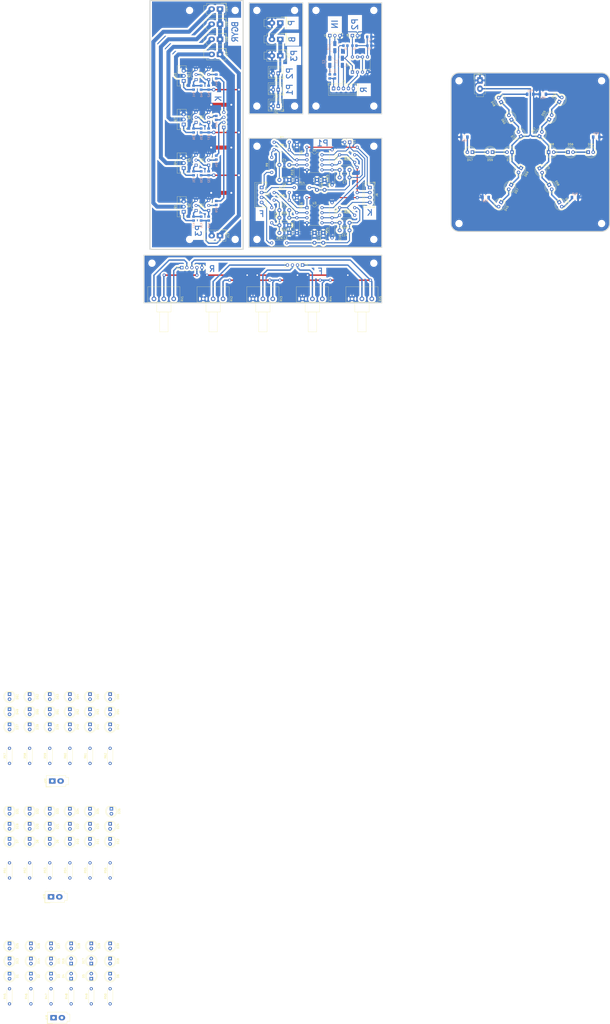
<source format=kicad_pcb>
(kicad_pcb (version 20221018) (generator pcbnew)
  (layers (0 "F.Cu" signal) (31 "B.Cu" signal) (34 "B.Paste" user) (35 "F.Paste" user) (36 "B.SilkS" user "B.Silkscreen") (37 "F.SilkS" user "F.Silkscreen") (38 "B.Mask" user) (39 "F.Mask" user) (44 "Edge.Cuts" user))
  (net 0 "")
  (net 1 "Net-(C1-Pad1)")
  (net 2 "/Усилитель/AmpOut")
  (net 3 "Net-(C2-Pad2)")
  (net 4 "/Усилитель/AmpComLevel3")
  (net 5 "Net-(U1B-+)")
  (net 6 "/Усилитель/AmpGND")
  (net 7 "Net-(C4-Pad1)")
  (net 8 "Net-(U2A-+)")
  (net 9 "/Фильтры/FilGND")
  (net 10 "Net-(C6-Pad1)")
  (net 11 "Net-(U2B-+)")
  (net 12 "Net-(C10-Pad1)")
  (net 13 "Net-(U3A-+)")
  (net 14 "Net-(C14-Pad1)")
  (net 15 "Net-(U3B-+)")
  (net 16 "Net-(D1-K)")
  (net 17 "Net-(D1-A)")
  (net 18 "Net-(D14-A)")
  (net 19 "Net-(D2-A)")
  (net 20 "Net-(D15-A)")
  (net 21 "Net-(D3-A)")
  (net 22 "Net-(D16-A)")
  (net 23 "Net-(D4-A)")
  (net 24 "Net-(D17-A)")
  (net 25 "Net-(D5-A)")
  (net 26 "Net-(D18-A)")
  (net 27 "Net-(D6-A)")
  (net 28 "Net-(D19-A)")
  (net 29 "Net-(D7-A)")
  (net 30 "Net-(D20-A)")
  (net 31 "Net-(D8-A)")
  (net 32 "Net-(D21-A)")
  (net 33 "Net-(D9-A)")
  (net 34 "Net-(D10-K)")
  (net 35 "Net-(D10-A)")
  (net 36 "Net-(D11-K)")
  (net 37 "Net-(D11-A)")
  (net 38 "Net-(D12-K)")
  (net 39 "Net-(D12-A)")
  (net 40 "Net-(D13-K)")
  (net 41 "Net-(D14-K)")
  (net 42 "Net-(D15-K)")
  (net 43 "Net-(D16-K)")
  (net 44 "Net-(D17-K)")
  (net 45 "Net-(D18-K)")
  (net 46 "Net-(D19-K)")
  (net 47 "Net-(D20-K)")
  (net 48 "Net-(D21-K)")
  (net 49 "Net-(D22-K)")
  (net 50 "Net-(D23-K)")
  (net 51 "Net-(D24-K)")
  (net 52 "/Лампы/LampBlueIn")
  (net 53 "/Лампы/LampGreenIn")
  (net 54 "Net-(D37-K)")
  (net 55 "Net-(D37-A)")
  (net 56 "Net-(D38-K)")
  (net 57 "Net-(D38-A)")
  (net 58 "Net-(D39-K)")
  (net 59 "Net-(D39-A)")
  (net 60 "Net-(D40-K)")
  (net 61 "Net-(D40-A)")
  (net 62 "Net-(D41-K)")
  (net 63 "Net-(D41-A)")
  (net 64 "Net-(D42-K)")
  (net 65 "Net-(D42-A)")
  (net 66 "Net-(D43-K)")
  (net 67 "Net-(D43-A)")
  (net 68 "Net-(D44-K)")
  (net 69 "Net-(D44-A)")
  (net 70 "Net-(D45-K)")
  (net 71 "Net-(D45-A)")
  (net 72 "Net-(D46-K)")
  (net 73 "Net-(D46-A)")
  (net 74 "Net-(D47-K)")
  (net 75 "Net-(D47-A)")
  (net 76 "Net-(D48-K)")
  (net 77 "Net-(D48-A)")
  (net 78 "Net-(D49-K)")
  (net 79 "Net-(D50-K)")
  (net 80 "Net-(D51-K)")
  (net 81 "Net-(D52-K)")
  (net 82 "Net-(D53-K)")
  (net 83 "Net-(D54-K)")
  (net 84 "Net-(D55-K)")
  (net 85 "Net-(D56-K)")
  (net 86 "Net-(D57-K)")
  (net 87 "Net-(D58-K)")
  (net 88 "Net-(D59-K)")
  (net 89 "Net-(D60-K)")
  (net 90 "/Лампы/LampYellowIn")
  (net 91 "/Лампы/LampRedIn")
  (net 92 "/Усилитель/LineInR")
  (net 93 "/Усилитель/LineInL")
  (net 94 "/Регуляторы/RegComLevel1")
  (net 95 "/Регуляторы/RegComLevel2")
  (net 96 "/Регуляторы/RegComLevel3")
  (net 97 "/Регуляторы/RegAmpOut")
  (net 98 "/Регуляторы/RegGND")
  (net 99 "/Усилитель/AmpComLevel1")
  (net 100 "/Усилитель/AmpComLevel2")
  (net 101 "/Регуляторы/RegBLevel")
  (net 102 "/Регуляторы/RegGLevel")
  (net 103 "/Регуляторы/RegYLevel")
  (net 104 "/Регуляторы/RegRLevel")
  (net 105 "/Фильтры/FilBLevel")
  (net 106 "/Фильтры/FilGLevel")
  (net 107 "/Фильтры/FilYLevel")
  (net 108 "/Фильтры/FilRLevel")
  (net 109 "/Фильтры/FilBChannel")
  (net 110 "/Фильтры/FilGChannel")
  (net 111 "/Фильтры/FilYChannel")
  (net 112 "/Фильтры/FilRChannel")
  (net 113 "/Ключи/KeysBChannel")
  (net 114 "/Ключи/KeysGChannel")
  (net 115 "/Ключи/KeysYChannel")
  (net 116 "/Ключи/KeysRChannel")
  (net 117 "/Усилитель/Amp12V")
  (net 118 "/Блок питания/+12V")
  (net 119 "/Блок питания/GND")
  (net 120 "/Фильтры/Fil12V")
  (net 121 "/Ключи/Keys12V")
  (net 122 "/Ключи/KeysGND")
  (net 123 "/Ключи/LampBlue")
  (net 124 "/Ключи/LampGreen")
  (net 125 "/Ключи/LampYellow")
  (net 126 "/Ключи/LampRed")
  (net 127 "/Лампы/LampBlue12V")
  (net 128 "/Лампы/LampGreen12V")
  (net 129 "/Лампы/LampYellow12V")
  (net 130 "/Лампы/LampRed12V")
  (net 131 "Net-(Q1-G)")
  (net 132 "Net-(Q2-C)")
  (net 133 "Net-(Q2-B)")
  (net 134 "Net-(Q3-B)")
  (net 135 "Net-(Q4-G)")
  (net 136 "Net-(Q5-C)")
  (net 137 "Net-(Q5-B)")
  (net 138 "Net-(Q6-B)")
  (net 139 "Net-(Q7-G)")
  (net 140 "Net-(Q8-C)")
  (net 141 "Net-(Q8-B)")
  (net 142 "Net-(Q9-B)")
  (net 143 "Net-(Q10-G)")
  (net 144 "Net-(Q11-C)")
  (net 145 "Net-(Q11-B)")
  (net 146 "Net-(Q12-B)")
  (net 147 "Net-(U2A--)")
  (net 148 "Net-(U2B--)")
  (net 149 "Net-(U3A--)")
  (net 150 "Net-(U3B--)")
  (net 151 "GNDREF")
  (net 152 "Net-(C18-Pad2)")
  (net 153 "Net-(J22-Pin_2)")
  (footprint "Resistor_THT:R_Axial_DIN0207_L6.3mm_D2.5mm_P7.62mm_Horizontal" (layer "F.Cu") (at 132.35 128 180)
    (fp_text reference "R23")
    (fp_text value "24 k" hide)
  )
  (footprint "Resistor_THT:R_Axial_DIN0207_L6.3mm_D2.5mm_P7.62mm_Horizontal" (layer "F.Cu") (at -20.955 529.59 90)
    (fp_text reference "R47")
    (fp_text value "180")
  )
  (footprint "Capacitor_THT:C_Disc_D7.5mm_W2.5mm_P5.00mm" (layer "F.Cu") (at 129.73 135.62 180)
    (fp_text reference "C15")
    (fp_text value "10 n" hide)
  )
  (footprint "MountingHole:MountingHole_3.2mm_M3" (layer "F.Cu") (at 72 28.5 90)
    (fp_text reference "H3" hide)
    (fp_text value "MountingHole" hide)
  )
  (footprint "MountingHole:MountingHole_3.2mm_M3" (layer "F.Cu") (at 257 136)
    (fp_text reference "H4" hide)
    (fp_text value "MountingHole" hide)
  )
  (footprint "Resistor_THT:R_Axial_DIN0207_L6.3mm_D2.5mm_P7.62mm_Horizontal" (layer "F.Cu") (at 120.92 125.46 -90)
    (fp_text reference "R21")
    (fp_text value "10 k" hide)
  )
  (footprint "Resistor_THT:R_Axial_DIN0207_L6.3mm_D2.5mm_P7.62mm_Horizontal" (layer "F.Cu") (at 120.92 98.79 -90)
    (fp_text reference "R11")
    (fp_text value "10 k" hide)
  )
  (footprint "Resistor_THT:R_Axial_DIN0207_L6.3mm_D2.5mm_P7.62mm_Horizontal" (layer "F.Cu") (at -0.635 529.59 90)
    (fp_text reference "R49")
    (fp_text value "180")
  )
  (footprint "Capacitor_THT:C_Disc_D7.5mm_W2.5mm_P5.00mm" (layer "F.Cu") (at 94.33 133.08)
    (fp_text reference "C10")
    (fp_text value "10 n" hide)
  )
  (footprint "LED_THT:LED_D5.0mm" (layer "F.Cu") (at -41.91 514.35 -90)
    (fp_text reference "D1")
    (fp_text value "LED")
  )
  (footprint "MountingHole:MountingHole_3.2mm_M3" (layer "F.Cu") (at 112.79 28.5 90)
    (fp_text reference "H2" hide)
    (fp_text value "MountingHole" hide)
  )
  (footprint "LED_THT:LED_D5.0mm" (layer "F.Cu") (at 8.89 446.405 -90)
    (fp_text reference "D12")
    (fp_text value "LED")
  )
  (footprint "LED_THT:LED_D5.0mm" (layer "F.Cu") (at -41.91 446.4 -90)
    (fp_text reference "D7")
    (fp_text value "LED")
  )
  (footprint "Package_TO_SOT_THT:TO-92_Inline_Wide" (layer "F.Cu") (at 52.28 106.57 90)
    (fp_text reference "Q5")
    (fp_text value "BC547" hide)
  )
  (footprint "Capacitor_THT:C_Disc_D7.5mm_W2.5mm_P5.00mm" (layer "F.Cu") (at 113.3 114.03 -90)
    (fp_text reference "C9")
    (fp_text value "1 n" hide)
  )
  (footprint "Potentiometer_THT:Potentiometer_Piher_T-16H_Single_Horizontal" (layer "F.Cu") (at 31 173.99 -90)
    (fp_text reference "RV1")
    (fp_text value "10 k" hide)
  )
  (footprint "LED_THT:LED_D5.0mm" (layer "F.Cu") (at -11.43 438.785 -90)
    (fp_text reference "D22")
    (fp_text value "LED")
  )
  (footprint "Package_TO_SOT_THT:TO-92_Inline_Wide" (layer "F.Cu") (at 52.28 63.39 90)
    (fp_text reference "Q11")
    (fp_text value "BC547" hide)
  )
  (footprint "Resistor_THT:R_Axial_DIN0207_L6.3mm_D2.5mm_P7.62mm_Horizontal" (layer "F.Cu") (at 91.71 124.19)
    (fp_text reference "R18")
    (fp_text value "15 k" hide)
  )
  (footprint "LED_THT:LED_D5.0mm" (layer "F.Cu") (at 235.605 74.6 60)
    (fp_text reference "D43")
    (fp_text value "LED" hide)
  )
  (footprint "LED_THT:LED_D5.0mm" (layer "F.Cu") (at -31.115 514.35 -90)
    (fp_text reference "D2")
    (fp_text value "LED")
  )
  (footprint "LED_THT:LED_D5.0mm" (layer "F.Cu") (at 230.525 83.49 60)
    (fp_text reference "D55")
    (fp_text value "LED" hide)
  )
  (footprint "MountingHole:MountingHole_3.2mm_M3" (layer "F.Cu") (at 185 136)
    (fp_text reference "H11" hide)
    (fp_text value "MountingHole" hide)
  )
  (footprint "Capacitor_THT:C_Disc_D7.5mm_W2.5mm_P5.00mm" (layer "F.Cu") (at 112.03 140.7 -90)
    (fp_text reference "C17")
    (fp_text value "10 n" hide)
  )
  (footprint "LED_THT:LED_D5.0mm" (layer "F.Cu") (at -31.75 431.165 -90)
    (fp_text reference "D32")
    (fp_text value "LED")
  )
  (footprint "LED_THT:LED_D5.0mm" (layer "F.Cu") (at -21.59 373.38 -90)
    (fp_text reference "D63")
    (fp_text value "LED")
  )
  (footprint "Package_TO_SOT_THT:TO-92_Inline_Wide" (layer "F.Cu") (at 58.63 63.39 90)
    (fp_text reference "Q12")
    (fp_text value "BC547" hide)
  )
  (footprint "Connector_PinHeader_2.54mm:PinHeader_1x02_P2.54mm_Vertical" (layer "F.Cu") (at 131.205 41.2 90)
    (fp_text reference "J8")
    (fp_text value "Conn_01x02_Socket" hide)
  )
  (footprint "Resistor_THT:R_Axial_DIN0207_L6.3mm_D2.5mm_P7.62mm_Horizontal" (layer "F.Cu") (at 124.73 131.81)
    (fp_text reference "R22")
    (fp_text value "10 k" hide)
  )
  (footprint "Connector_Molex:Molex_Mini-Fit_Jr_5566-02A_2x01_P4.20mm_Vertical" (layer "F.Cu") (at -20.32 417.195 90)
    (fp_text reference "J20")
    (fp_text value "Yellow")
  )
  (footprint "Resistor_THT:R_Axial_DIN0207_L6.3mm_D2.5mm_P7.62mm_Horizontal" (layer "F.Cu") (at -41.91 529.59 90)
    (fp_text reference "R45")
    (fp_text value "180")
  )
  (footprint "Package_DIP:DIP-8_W7.62mm" (layer "F.Cu") (at 108.23 128.01)
    (fp_text reference "U3")
    (fp_text value "LM358")
  )
  (footprint "LED_THT:LED_D5.0mm" (layer "F.Cu") (at 201.95 100 180)
    (fp_text reference "D59")
    (fp_text value "LED" hide)
  )
  (footprint "Connector_Molex:Molex_Mini-Fit_Jr_5566-02A_2x01_P4.20mm_Vertical" (layer "F.Cu") (at 64.345 50.69 -90)
    (fp_text reference "J17")
    (fp_text value "Red" hide)
  )
  (footprint "Resistor_THT:R_Axial_DIN0207_L6.3mm_D2.5mm_P7.62mm_Horizontal" (layer "F.Cu") (at 120.92 116.57 90)
    (fp_text reference "R15")
    (fp_text value "4,3 k" hide)
  )
  (footprint "Package_TO_SOT_THT:TO-92_Inline_Wide" (layer "F.Cu") (at 52.28 84.98 90)
    (fp_text reference "Q8")
    (fp_text value "BC547" hide)
  )
  (footprint "LED_THT:LED_D5.0mm" (layer "F.Cu") (at -10.795 499.11 -90)
    (fp_text reference "D28")
    (fp_text value "LED")
  )
  (footprint "LED_THT:LED_D5.0mm" (layer "F.Cu") (at -20.955 499.11 -90)
    (fp_text reference "D27")
    (fp_text value "LED")
  )
  (footprint "LED_THT:LED_D5.0mm" (layer "F.Cu") (at -0.635 499.11 -90)
    (fp_text reference "D29")
    (fp_text value "LED")
  )
  (footprint "LED_THT:LED_D5.0mm" (layer "F.Cu") (at -10.795 509.27 90)
    (fp_text reference "D16")
    (fp_text value "LED")
  )
  (footprint "Connector_Molex:Molex_Mini-Fit_Jr_5566-02A_2x01_P4.20mm_Vertical" (layer "F.Cu") (at 64.345 43.07 -90)
    (fp_text reference "J16")
    (fp_text value "Yellow" hide)
  )
  (footprint "LED_THT:LED_D5.0mm" (layer "F.Cu") (at 206.268 125.273 -120)
    (fp_text reference "D45")
    (fp_text value "LED" hide)
  )
  (footprint "MountingHole:MountingHole_3.2mm_M3" (layer "F.Cu") (at 83 97)
    (fp_text reference "H1" hide)
    (fp_text value "MountingHole" hide)
  )
  (footprint "Connector_PinHeader_2.54mm:PinHeader_1x04_P2.54mm_Vertical" (layer "F.Cu") (at 106.01 156.95 -90)
    (fp_text reference "J4")
    (fp_text value "Conn_01x04_Socket" hide)
  )
  (footprint "LED_THT:LED_D5.0mm" (layer "F.Cu") (at -41.91 431.165 -90)
    (fp_text reference "D31")
    (fp_text value "LED")
  )
  (footprint "Connector_Molex:Molex_Mini-Fit_Jr_5566-02A_2x01_P4.20mm_Vertical" (layer "F.Cu") (at 64.345 35.45 -90)
    (fp_text reference "J15")
    (fp_text value "Green" hide)
  )
  (footprint "Resistor_THT:R_Axial_DIN0207_L6.3mm_D2.5mm_P7.62mm_Horizontal" (layer "F.Cu") (at -21.59 408.305 90)
    (fp_text reference "R59")
    (fp_text value "390")
  )
  (footprint "LED_THT:LED_D5.0mm" (layer "F.Cu") (at -1.27 438.785 -90)
    (fp_text reference "D23")
    (fp_text value "LED")
  )
  (footprint "MountingHole:MountingHole_3.2mm_M3" (layer "F.Cu") (at 142 97)
    (fp_text reference "H17" hide)
    (fp_text value "MountingHole" hide)
  )
  (footprint "LED_THT:LED_D5.0mm" (layer "F.Cu") (at 216.301 108.001 -120)
    (fp_text reference "D69")
    (fp_text value "LED" hide)
  )
  (footprint "LED_THT:LED_D5.0mm" (layer "F.Cu") (at -20.955 506.73 -90)
    (fp_text reference "D15")
    (fp_text value "LED")
  )
  (footprint "LED_THT:LED_D5.0mm" (layer "F.Cu") (at -31.75 388.62 -90)
    (fp_text reference "D38")
    (fp_text value "LED")
  )
  (footprint "Capacitor_THT:C_Disc_D7.5mm_W2.5mm_P5.00mm" (layer "F.Cu") (at 99.33 136.89 180)
    (fp_text reference "C12")
    (fp_text value "10 n" hide)
  )
  (footprint "Connector_JST:JST_XH_B4B-XH-A_1x04_P2.50mm_Vertical" (layer "F.Cu") (at 139.97 117.84 -90)
    (fp_text reference "J6")
    (fp_text value "Conn_01x04_Pin" hide)
  )
  (footprint "LED_THT:LED_D5.0mm" (layer "F.Cu") (at -41.91 438.785 -90)
    (fp_text reference "D19")
    (fp_text value "LED")
  )
  (footprint "Connector_PinHeader_2.54mm:PinHeader_1x03_P2.54mm_Vertical" (layer "F.Cu") (at 119.775 41.2 90)
    (fp_text reference "J1")
    (fp_text value "LineIn" hide)
  )
  (footprint "Capacitor_THT:C_Disc_D7.5mm_W2.5mm_P5.00mm" (layer "F.Cu") (at 129.73 108.95 180)
    (fp_text reference "C6" hide)
    (fp_text value "10 n" hide)
  )
  (footprint "Resistor_THT:R_Axial_DIN0207_L6.3mm_D2.5mm_P7.62mm_Horizontal" (layer "F.Cu") (at 8.89 408.305 90)
    (fp_text reference "R62")
    (fp_text value "390")
  )
  (footprint "MountingHole:MountingHole_3.2mm_M3" (layer "F.Cu") (at 112.79 76.76 90)
    (fp_text reference "H9" hide)
    (fp_text value "MountingHole" hide)
  )
  (footprint "LED_THT:LED_D5.0mm" (layer "F.Cu") (at -11.43 446.405 -90)
    (fp_text reference "D10")
    (fp_text value "LED")
  )
  (footprint "LED_THT:LED_D5.0mm" (layer "F.Cu") (at -41.91 381 -90)
    (fp_text reference "D49")
    (fp_text value "LED")
  )
  (footprint "LED_THT:LED_D5.0mm" (layer "F.Cu") (at -21.59 381 -90)
    (fp_text reference "D51")
    (fp_text value "LED")
  )
  (footprint "Resistor_THT:R_Axial_DIN0207_L6.3mm_D2.5mm_P7.62mm_Horizontal" (layer "F.Cu") (at 103.14 122.92 -90)
    (fp_text reference "R16")
    (fp_text value "10 k" hide)
  )
  (footprint "LED_THT:LED_D5.0mm" (layer "F.Cu") (at -21.59 438.78 -90)
    (fp_text reference "D21")
    (fp_text value "LED")
  )
  (footprint "Connector_JST:JST_XH_B5B-XH-A_1x05_P2.50mm_Vertical" (layer "F.Cu") (at 121.68 67.87)
    (fp_text reference "J3")
    (fp_text value "Conn_01x05_Pin" hide)
  )
  (footprint "LED_THT:LED_D5.0mm" (layer "F.Cu") (at -31.75 438.78 -90)
    (fp_text reference "D20")
    (fp_text value "LED")
  )
  (footprint "LED_THT:LED_D5.0mm" (layer "F.Cu") (at -1.27 373.38 -90)
    (fp_text reference "D65")
    (fp_text value "LED")
  )
  (footprint "Connector_PinHeader_2.54mm:PinHeader_1x05_P2.54mm_Vertical" (layer "F.Cu") (at 45.05 158.22 90)
    (fp_text reference "J2")
    (fp_text value "Conn_01x05_Socket" hide)
  )
  (footprint "MountingHole:MountingHole_3.2mm_M3" (layer "F.Cu") (at 30 156)
    (fp_text reference "H22" hide)
    (fp_text value "MountingHole" hide)
  )
  (footprint "Resistor_THT:R_Axial_DIN0207_L6.3mm_D2.5mm_P7.62mm_Horizontal" (layer "F.Cu") (at -21.59 466.09 90)
    (fp_text reference "R53")
    (fp_text value "180")
  )
  (footprint "Package_DIP:DIP-8_W7.62mm" (layer "F.Cu") (at 131.205 59.615 90)
    (fp_text reference "U1")
    (fp_text value "LM358")
  )
  (footprint "Package_TO_SOT_THT:TO-92_Inline_Wide" (layer "F.Cu") (at 58.63 129.43 90)
    (fp_text reference "Q3")
    (fp_text value "BC547" hide)
  )
  (footprint "MountingHole:MountingHole_3.2mm_M3" (layer "F.Cu") (at 102 28.5 180)
    (fp_text reference "H20" hide)
    (fp_text value "MountingHole" hide)
  )
  (footprint "Resistor_THT:R_Axial_DIN0207_L6.3mm_D2.5mm_P7.62mm_Horizontal" (layer "F.Cu") (at -1.27 466.09 90)
    (fp_text reference "R55")
    (fp_text value "180")
  )
  (footprint "LED_THT:LED_D5.0mm" (layer "F.Cu") (at 8.89 514.35 -90)
    (fp_text reference "D6")
    (fp_text value "LED")
  )
  (footprint "LED_THT:LED_D5.0mm" (layer "F.Cu") (at -20.955 514.35 -90)
    (fp_text reference "D3")
    (fp_text value "LED")
  )
  (footprint "MountingHole:MountingHole_3.2mm_M3" (layer "F.Cu") (at 49 144 90)
    (fp_text reference "H6" hide)
    (fp_text value "MountingHole" hide)
  )
  (footprint "Capacitor_THT:C_Disc_D7.5mm_W2.5mm_P5.00mm" (layer "F.Cu") (at 117.11 114.03 -90)
    (fp_text reference "C8")
    (fp_text value "10 n" hide)
  )
  (footprint "LED_THT:LED_D5.0mm" (layer "F.Cu") (at 8.89 381 -90)
    (fp_text reference "D54")
    (fp_text value "LED")
  )
  (footprint "Package_DIP:DIP-8_W7.62mm" (layer "F.Cu") (at 108.22 101.33)
    (fp_text reference "U2")
    (fp_text value "LM358")
  )
  (footprint "LED_THT:LED_D5.0mm" (layer "F.Cu") (at 230.245739 100)
    (fp_text reference "D68")
    (fp_text value "LED" hide)
  )
  (footprint "Resistor_THT:R_Axial_DIN0207_L6.3mm_D2.5mm_P7.62mm_Horizontal" (layer "F.Cu") (at 103.14 96.25 -90)
    (fp_text reference "R6")
    (fp_text value "10 k" hide)
  )
  (footprint "MountingHole:MountingHole_3.2mm_M3" (layer "F.Cu") (at 102 76.76 180)
    (fp_text reference "H12" hide)
    (fp_text value "MountingHole" hide)
  )
  (footprint "Resistor_THT:R_Axial_DIN0207_L6.3mm_D2.5mm_P7.62mm_Horizontal" (layer "F.Cu") (at 91.71 120.38)
    (fp_text reference "R17")
    (fp_text value "10 k" hide)
  )
  (footprint "Resistor_THT:R_Axial_DIN0207_L6.3mm_D2.5mm_P7.62mm_Horizontal" (layer "F.Cu") (at -41.91 466.09 90)
    (fp_text reference "R51")
    (fp_text value "180")
  )
  (footprint "LED_THT:LED_D5.0mm" (layer "F.Cu") (at -11.43 373.38 -90)
    (fp_text reference "D64")
    (fp_text value "LED")
  )
  (footprint "LED_THT:LED_D5.0mm" (layer "F.Cu") (at -10.795 516.89 90)
    (fp_text reference "D4")
    (fp_text value "LED")
  )
  (footprint "LED_THT:LED_D5.0mm" (layer "F.Cu") (at -21.59 446.405 -90)
    (fp_text reference "D9")
    (fp_text value "LED")
  )
  (footprint "LED_THT:LED_D5.0mm" (layer "F.Cu") (at 235.605 125.273 -60)
    (fp_text reference "D46")
    (fp_text value "LED" hide)
  )
  (footprint "Connector_Molex:Molex_Mini-Fit_Jr_5566-02A_2x01_P4.20mm_Vertical" (layer "F.Cu") (at 94.77 34.85 -90)
    (fp_text reference "J23")
    (fp_text value "Conn_01x02_Pin" hide)
  )
  (footprint "LED_THT:LED_D5.0mm" (layer "F.Cu") (at -1.27 431.165 -90)
    (fp_text reference "D35")
    (fp_text value "LED")
  )
  (footprint "LED_THT:LED_D5.0mm" (layer "F.Cu") (at -41.91 373.38 -90)
    (fp_text reference "D61")
    (fp_text value "LED")
  )
  (footprint "LED_THT:LED_D5.0mm" (layer "F.Cu") (at -31.115 499.11 -90)
    (fp_text reference "D26")
    (fp_text value "LED")
  )
  (footprint "LED_THT:LED_D5.0mm" (layer "F.Cu") (at 8.89 388.62 -90)
    (fp_text reference "D42")
    (fp_text value "LED")
  )
  (footprint "Resistor_THT:R_Axial_DIN0207_L6.3mm_D2.5mm_P7.62mm_Horizontal" (layer "F.Cu") (at 91.71 94.98)
    (fp_text reference "R7")
    (fp_text value "10 k" hide)
  )
  (footprint "Resistor_THT:R_Axial_DIN0207_L6.3mm_D2.5mm_P7.62mm_Horizontal" (layer "F.Cu") (at 8.89 466.09 90)
    (fp_text reference "R56")
    (fp_text value "180")
  )
  (footprint "Package_TO_SOT_THT:TO-220-3_Vertical" (layer "F.Cu") (at 46 64.04 90)
    (fp_text reference "Q10")
    (fp_text value "IRF540N" hide)
  )
  (footprint "MountingHole:MountingHole_3.2mm_M3" (layer "F.Cu") (at 142 144)
    (fp_text reference "H13" hide)
    (fp_text value "MountingHole" hide)
  )
  (footprint "Potentiometer_THT:Potentiometer_Piher_T-16H_Single_Horizontal" (layer "F.Cu") (at 106 174 -90)
    (fp_text reference "RV4")
    (fp_text value "10 k" hide)
  )
  (footprint "MountingHole:MountingHole_3.2mm_M3" (layer "F.Cu") (at 142 28.5 90)
    (fp_text reference "H18" hide)
    (fp_text value "MountingHole" hide)
  )
  (footprint "Resistor_THT:R_Axial_DIN0207_L6.3mm_D2.5mm_P7.62mm_Horizontal" (layer "F.Cu") (at -1.27 408.305 90)
    (fp_text reference "R61")
    (fp_text value "390")
  )
  (footprint "LED_THT:LED_D5.0mm" (layer "F.Cu") (at 8.89 499.11 -90)
    (fp_text reference "D30")
    (fp_text value "LED")
  )
  (footprint "Capacitor_THT:C_Disc_D7.5mm_W2.5mm_P5.00mm" (layer "F.Cu") (at 129.73 139.43 180)
    (fp_text reference "C14")
    (fp_text value "100 n" hide)
  )
  (footprint "LED_THT:LED_D5.0mm" (layer "F.Cu") (at 211.754261 100 180)
    (fp_text reference "D71")
    (fp_text value "LED" hide)
  )
  (footprint "LED_THT:LED_D5.0mm" (layer "F.Cu") (at 240.05 100)
    (fp_text reference "D56")
    (fp_text value "LED" hide)
  )
  (footprint "LED_THT:LED_D5.0mm" (layer "F.Cu") (at -21.59 388.62 -90)
    (fp_text reference "D39")
    (fp_text value "LED")
  )
  (footprint "Package_TO_SOT_THT:TO-220-3_Vertical" (layer "F.Cu") (at 46 130.04 90)
    (fp_text reference "Q1")
    (fp_text value "IRF540N" hide)
  )
  (footprint "Resistor_THT:R_Axial_DIN0207_L6.3mm_D2.5mm_P7.62mm_Horizontal" (layer "F.Cu") (at -11.43 466.09 90)
    (fp_text reference "R54")
    (fp_text value "180")
  )
  (footprint "LED_THT:LED_D5.0mm" (layer "F.Cu") (at -0.635 516.89 90)
    (fp_text reference "D5")
    (fp_text value "LED")
  )
  (footprint "Resistor_THT:R_Axial_DIN0207_L6.3mm_D2.5mm_P7.62mm_Horizontal" (layer "F.Cu") (at 120.92 143.24 90)
    (fp_text reference "R25")
    (fp_text value "13 k" hide)
  )
  (footprint "Connector_Molex:Molex_Mini-Fit_Jr_5566-02A_2x01_P4.20mm_Vertical" (layer "F.Cu") (at 94.77 51.36 -90)
    (fp_text reference "J12")
    (fp_text value "Conn_01x02_Pin" hide)
  )
  (footprint "Package_TO_SOT_THT:TO-92_Inline_Wide" (layer "F.Cu") (at 58.63 84.98 90)
    (fp_text reference "Q9")
    (fp_text value "BC547" hide)
  )
  (footprint "Resistor_THT:R_Axial_DIN0207_L6.3mm_D2.5mm_P7.62mm_Horizontal" (layer "F.Cu") (at 90.44 110.22 90)
    (fp_text reference "R9")
    (fp_text value "10 k" hide)
  )
  (footprint "LED_THT:LED_D5.0mm" (layer "F.Cu") (at -41.91 506.73 -90)
    (fp_text reference "D13")
    (fp_text value "LED")
  )
  (footprint "LED_THT:LED_D5.0mm" (layer "F.Cu") (at -1.27 388.62 -90)
    (fp_text reference "D41")
    (fp_text value "LED")
  )
  (footprint "MountingHole:MountingHole_3.2mm_M3" (layer "F.Cu") (at 257 64)
    (fp_text reference "H7" hide)
    (fp_text value "MountingHole" hide)
  )
  (footprint "Connector_PinHeader_2.54mm:PinHeader_1x04_P2.54mm_Vertical" (layer "F.Cu") (at 66.25 87.52 180)
    (fp_text reference "J7")
    (fp_text value "Conn_01x04_Socket" hide)
  )
  (footprint "LED_THT:LED_D5.0mm" (layer "F.Cu") (at -0.635 509.27 90)
    (fp_text reference "D17")
    (fp_text value "LED")
  )
  (footprint "Resistor_THT:R_Axial_DIN0207_L6.3mm_D2.5mm_P7.62mm_Horizontal" (layer "F.Cu") (at 132.35 101.33 180)
    (fp_text reference "R13")
    (fp_text value "2,7 k" hide)
  )
  (footprint "MountingHole:MountingHole_3.2mm_M3" (layer "F.Cu") (at 82.95 76.76 180)
    (fp_text reference "H8" hide)
    (fp_text value "MountingHole" hide)
  )
  (footprint "LED_THT:LED_D5.0mm" (layer "F.Cu") (at 230.525 116.51 -60)
    (fp_text reference "D58")
    (fp_text value "LED" hide)
  )
  (footprint "LED_THT:LED_D5.0mm" (layer "F.Cu") (at 250.216901 100)
    (fp_text reference "D44")
    (fp_text value "LED" hide)
  )
  (footprint "MountingHole:MountingHole_3.2mm_M3" (layer "F.Cu") (at 49 28.5 90)
    (fp_text reference "H10" hide)
    (fp_text value "MountingHole" hide)
  )
  (footprint "Potentiometer_THT:Potentiometer_Piher_T-16H_Single_Horizontal" (layer "F.Cu") (at 131 173.99 -90)
    (fp_text reference "RV5")
    (fp_text value "10 k" hide)
  )
  (footprint "MountingHole:MountingHole_3.2mm_M3" (layer "F.Cu") (at 82.95 28.5 180)
    (fp_text reference "H16" hide)
    (fp_text value "MountingHole" hide)
  )
  (footprint "MountingHole:MountingHole_3.2mm_M3" (layer "F.Cu") (at 142 156)
    (fp_text reference "H21" hide)
    (fp_text value "MountingHole" hide)
  )
  (footprint "Package_TO_SOT_THT:TO-92_Inline_Wide" (layer "F.Cu") (at 52.28 129.43 90)
    (fp_text reference "Q2")
    (fp_text value "BC547" hide)
  )
  (footprint "Package_TO_SOT_THT:TO-220-3_Vertical" (layer "F.Cu") (at 46 86.04 90)
    (fp_text reference "Q7")
    (fp_text value "IRF540N" hide)
  )
  (footprint "Resistor_THT:R_Axial_DIN0207_L6.3mm_D2.5mm_P7.62mm_Horizontal" (layer "F.Cu") (at -10.795 529.59 90)
    (fp_text reference "R48")
    (fp_text value "180")
  )
  (footprint "MountingHole:MountingHole_3.2mm_M3" (layer "F.Cu") (at 72 144 90)
    (fp_text reference "H19" hide)
    (fp_text value "MountingHole" hide)
  )
  (footprint "Resistor_THT:R_Axial_DIN0207_L6.3mm_D2.5mm_P7.62mm_Horizontal" (layer "F.Cu") (at 124.73 105.14)
    (fp_text reference "R12")
    (fp_text value "10 k" hide)
  )
  (footprint "Resistor_THT:R_Axial_DIN0207_L6.3mm_D2.5mm_P7.62mm_Horizontal" (layer "F.Cu") (at -31.75 408.305 90)
    (fp_text reference "R58")
    (fp_text value "390")
  )
  (footprint "LED_THT:LED_D5.0mm" (layer "F.Cu") (at 225.699 108.128 -60)
    (fp_text reference "D70")
    (fp_text value "LED" hide)
  )
  (footprint "LED_THT:LED_D5.0mm" (layer "F.Cu") (at -11.43 388.62 -90)
    (fp_text reference "D40")
    (fp_text value "LED")
  )
  (footprint "Resistor_THT:R_Axial_DIN0207_L6.3mm_D2.5mm_P7.62mm_Horizontal" (layer "F.Cu") (at 91.71 98.79)
    (fp_text reference "R8")
    (fp_text value "4,7 k" hide)
  )
  (footprint "LED_THT:LED_D5.0mm" (layer "F.Cu") (at -31.75 380.995 -90)
    (fp_text reference "D50")
    (fp_text value "LED")
  )
  (footprint "Resistor_THT:R_Axial_DIN0207_L6.3mm_D2.5mm_P7.62mm_Horizontal" (layer "F.Cu") (at -31.75 466.09 90)
    (fp_text reference "R52")
    (fp_text value "180")
  )
  (footprint "LED_THT:LED_D5.0mm" (layer "F.Cu") (at -31.75 373.38 -90)
    (fp_text reference "D62")
    (fp_text value "LED")
  )
  (footprint "Connector_JST:JST_XH_B2B-XH-A_1x02_P2.50mm_Vertical" (layer "F.Cu") (at 93.745 76.76 180)
    (fp_text reference "J24")
    (fp_text value "Conn_01x02_Pin" hide)
  )
  (footprint "LED_THT:LED_D5.0mm" (layer "F.Cu") (at -11.43 381 -90)
    (fp_text reference "D52")
    (fp_text value "LED")
  )
  (footprint "Resistor_THT:R_Axial_DIN0207_L6.3mm_D2.5mm_P7.62mm_Horizontal" (layer "F.Cu") (at 90.44 145.78)
    (fp_text reference "R24")
    (fp_text value "10 k" hide)
  )
  (footprint "Package_TO_SOT_THT:TO-220-3_Vertical" (layer "F.Cu") (at 46 108.04 90)
    (fp_text reference "Q4")
    (fp_text value "IRF540N" hide)
  )
  (footprint "LED_THT:LED_D5.0mm" (layer "F.Cu") (at 216.301 91.999 120)
    (fp_text reference "D72")
    (fp_text value "LED" hide)
  )
  (footprint "LED_THT:LED_D5.0mm" (layer "F.Cu") (at 211.348 116.51 -120)
    (fp_text reference "D57")
    (fp_text value "LED" hide)
  )
  (footprint "LED_THT:LED_D5.0mm" (layer "F.Cu") (at 8.89 438.785 -90)
    (fp_text reference "D24")
    (fp_text value "LED")
  )
  (footprint "LED_THT:LED_D5.0mm" (layer "F.Cu") (at 225.572 91.999 60)
    (fp_text reference "D67")
    (fp_text value "LED" hide)
  )
  (footprint "Potentiometer_THT:Potentiometer_Piher_T-16H_Single_Horizontal" (layer "F.Cu") (at 81 173.99 -90)
    (fp_text reference "RV3")
    (fp_text value "10 k" hide)
  )
  (footprint "Connector_Molex:Molex_Mini-Fit_Jr_5566-02A_2x01_P4.20mm_Vertical" (layer "F.Cu") (at 64.345 142.13 -90)
    (fp_text reference "J13")
    (fp_text value "Conn_01x02_Socket" hide)
  )
  (footprint "Resistor_THT:R_Axial_DIN0207_L6.3mm_D2.5mm_P7.62mm_Horizontal" (layer "F.Cu") (at 90.44 128 -90)
    (fp_text reference "R19")
    (fp_text value "10 k" hide)
  )
  (footprint "Potentiometer_THT:Potentiometer_Piher_T-16H_Single_Horizontal" (layer "F.Cu") (at 55.88 173.99 -90)
    (fp_text reference "RV2")
    (fp_text value "10 k" hide)
  )
  (footprint "Connector_JST:JST_XH_B2B-XH-A_1x02_P2.50mm_Vertical" (layer "F.Cu") (at 93.745 68.505 180)
    (fp_text reference "J10")
    (fp_text value "Conn_01x02_Pin" hide)
  )
  (footprint "Connector_Molex:Molex_Mini-Fit_Jr_5566-02A_2x01_P4.20mm_Vertical" (layer "F.Cu") (at -20.955 475.615 90)
    (fp_text reference "J19")
    (fp_text value "Green")
  )
  (footprint "LED_THT:LED_D5.0mm" (layer "F.Cu") (at -31.115 506.73 -90)
    (fp_text reference "D14")
    (fp_text value "LED")
  )
  (footprint "LED_THT:LED_D5.0mm" (layer "F.Cu") (at 191.783099 100 180)
    (fp_text reference "D47")
    (fp_text value "LED" hide)
  )
  (footprint "MountingHole:MountingHole_3.2mm_M3" (layer "F.Cu") (at 185 64)
    (fp_text reference "H15" hide)
    (fp_text value "MountingHole" hide)
  )
  (footprint "Connector_JST:JST_XH_B2B-XH-A_1x02_P2.50mm_Vertical" (layer "F.Cu") (at 93.745 60.25 180)
    (fp_text reference "J9")
    (fp_text value "Conn_01x02_Pin" hide)
  )
  (footprint "LED_THT:LED_D5.0mm" (layer "F.Cu") (at -1.27 446.405 -90)
    (fp_text reference "D11")
    (fp_text value "LED")
  )
  (footprint "LED_THT:LED_D5.0mm" (layer "F.Cu") (at 211.475 83.617 120)
    (fp_text reference "D60")
    (fp_text value "LED" hide)
  )
  (footprint "Capacitor_THT:C_Disc_D7.5mm_W2.5mm_P5.00mm" (layer "F.Cu") (at 94.33 106.41)
    (fp_text reference "C4")
    (fp_text value "3,3 n" hide)
  )
  (footprint "Resistor_THT:R_Axial_DIN0207_L6.3mm_D2.5mm_P7.62mm_Horizontal" (layer "F.Cu") (at -41.91 408.305 90)
    (fp_text reference "R57")
    (fp_text value "390")
  )
  (footprint "Connector_Molex:Molex_Mini-Fit_Jr_5566-02A_2x01_P4.20mm_Vertical" (layer "F.Cu") (at -19.685 536.575 90)
    (fp_text reference "J18")
    (fp_text value "Blue")
  )
  (footprint "LED_THT:LED_D5.0mm" (layer "F.Cu") (at 8.89 373.38 -90)
    (fp_text reference "D66")
    (fp_text value "LED")
  )
  (footprint "Resistor_THT:R_Axial_DIN0207_L6.3mm_D2.5mm_P7.62mm_Horizontal" (layer "F.Cu") (at -11.43 408.305 90)
    (fp_text reference "R60")
    (fp_text value "390")
  )
  (footprint "Connector_Molex:Molex_Mini-Fit_Jr_5566-02A_2x01_P4.20mm_Vertical" (layer "F.Cu") (at 195.6 63.805)
    (fp_text reference "J21")
    (fp_text value "Red" hide)
  )
  (footprint "Capacitor_THT:C_Disc_D7.5mm_W2.5mm_P5.00mm" (layer "F.Cu") (at 129.73 112.76 180)
    (fp_text reference "C7")
    (fp_text value "1 n" hide)
  )
  (footprint "LED_THT:LED_D5.0mm" (layer "F.Cu") (at 206.268 74.727 120)
    (fp_text reference "D48")
    (fp_text value "LED" hide)
  )
  (footprint "Resistor_THT:R_Axial_DIN0207_L6.3mm_D2.5mm_P7.62mm_Horizontal" (layer "F.Cu") (at 8.89 529.59 90)
    (fp_text reference "R50")
    (fp_text value "180")
  )
  (footprint "Capacitor_THT:C_Disc_D7.5mm_W2.5mm_P5.00mm" (layer "F.Cu") (at 99.33 140.7 180)
    (fp_text reference "C13")
    (fp_text value "1 n" hide)
  )
  (footprint "LED_THT:LED_D5.0mm" (layer "F.Cu") (at -1.27 381 -90)
    (fp_text reference "D53")
    (fp_text value "LED")
  )
  (footprint "LED_THT:LED_D5.0mm" (layer "F.Cu") (at 8.89 506.73 -90)
    (fp_text reference "D18")
    (fp_text value "LED")
  )
  (footprint "Resistor_THT:R_Axial_DIN0207_L6.3mm_D2.5mm_P7.62mm_Horizontal" (layer "F.Cu") (at -31.115 529.59 90)
    (fp_text reference "R46")
    (fp_text value "180")
  )
  (footprint "Connector_PinHeader_2.54mm:PinHeader_1x02_P2.54mm_Vertical" (layer "F.Cu") (at 129.81 94.98 -90)
    (fp_text reference "J11")
    (fp_text value "Conn_01x02_Socket" hide)
  )
  (footprint "Resistor_THT:R_Axial_DIN0207_L6.3mm_D2.5mm_P7.62mm_Horizontal" (layer "F.Cu") (at 103.14 140.7 90)
    (fp_text reference "R20")
    (fp_text value "12 k" hide)
  )
  (footprint "Capacitor_THT:C_Disc_D7.5mm_W2.5mm_P5.00mm" (layer "F.Cu") (at 116.475 140.7 -90)
    (fp_text reference "C16")
    (fp_text value "100 n" hide)
  )
  (footprint "LED_THT:LED_D5.0mm" (layer "F.Cu") (at -31.75 446.405 -90)
    (fp_text reference "D8")
    (fp_text value "LED")
  )
  (footprint "LED_THT:LED_D5.0mm" (layer "F.Cu") (at -11.43 431.16 -90)
    (fp_text reference "D34")
    (fp_text value "LED")
  )
  (footprint "Package_TO_SOT_THT:TO-92_Inline_Wide" (layer "F.Cu") (at 58.63 106.57 90)
    (fp_text reference "Q6")
    (fp_text value "BC547" hide)
  )
  (footprint "Capacitor_THT:C_Disc_D7.5mm_W2.5mm_P5.00mm" (layer "F.Cu") (at 94.33 129.27)
    (fp_text reference "C11")
    (fp_text value "1 n" hide)
  )
  (footprint "Connector_JST:JST_XH_B4B-XH-A_1x04_P2.50mm_Vertical" (layer "F.Cu") (at 85.36 117.84 -90)
    (fp_text reference "J5")
    (fp_text value "Conn_01x04_Pin" hide)
  )
  (footprint "LED_THT:LED_D5.0mm" (layer "F.Cu") (at -41.91 388.62 -90)
    (fp_text reference "D37")
    (fp_text value "LED")
  )
  (footprint "Resistor_THT:R_Axial_DIN0207_L6.3mm_D2.5mm_P7.62mm_Horizontal" (layer "F.Cu") (at 103.14 114.03 90)
    (fp_text reference "R10")
    (fp_text value "5,6 k" hide)
  )
  (footprint "Connector_Molex:Molex_Mini-Fit_Jr_5566-02A_2x01_P4.20mm_Vertical" (layer "F.Cu") (at 94.77 43.105 -90)
    (fp_text reference "J22")
    (fp_text value "~" hide)
  )
  (footprint "Connector_Molex:Molex_Mini-Fit_Jr_5566-02A_2x01_P4.20mm_Vertical" (layer "F.Cu") (at 64.345 27.83 -90)
    (fp_text reference "J14")
    (fp_text value "Blue" hide)
  )
  (footprint "Resistor_THT:R_Axial_DIN0207_L6.3mm_D2.5mm_P7.62mm_Horizontal" (layer "F.Cu") (at 101.87 117.84)
    (fp_text reference "R14")
    (fp_text value "10 k" hide)
  )
  (footprint "MountingHole:MountingHole_3.2mm_M3" (layer "F.Cu") (at 142 76.76 90)
    (fp_text reference "H14" hide)
    (fp_text value "MountingHole" hide)
  )
  (footprint "Capacitor_THT:C_Disc_D7.5mm_W2.5mm_P5.00mm" (layer "F.Cu") (at 99.33 114.03 180)
    (fp_text reference "C5")
    (fp_text value "3,3 n" hide)
  )
  (footprint "LED_THT:LED_D5.0mm" (layer "F.Cu") (at -41.91 499.11 -90)
    (fp_text reference "D25")
    (fp_text value "LED")
  )
  (footprint "MountingHole:MountingHole_3.2mm_M3" (layer "F.Cu") (at 83 144)
    (fp_text reference "H5" hide)
    (fp_text value "MountingHole" hide)
  )
  (footprint "LED_THT:LED_D5.0mm" (layer "F.Cu") (at -21.59 431.165 -90)
    (fp_text reference "D33")
    (fp_text value "LED")
  )
  (footprint "LED_THT:LED_D5.0mm" (layer "F.Cu") (at 9.525 431.165 -90)
    (fp_text reference "D36")
    (fp_text value "LED")
  )
  (footprint "Resistor_SMD:R_0805_2012Metric_Pad1.20x1.40mm_HandSolder" (layer "B.Cu") (at 122.315 61.79 90)
    (fp_text reference "R3")
    (fp_text value "10 k" hide)
  )
  (footprint "Resistor_SMD:R_0805_2012Metric_Pad1.20x1.40mm_HandSolder" (layer "B.Cu") (at 132.205 46.28)
    (fp_text reference "R4")
    (fp_text value "330 k" hide)
  )
  (footprint "Resistor_SMD:R_0805_2012Metric_Pad1.20x1.40mm_HandSolder" (layer "B.Cu") (at 54.82 67.47 90)
    (fp_text reference "R40")
    (fp_text value "10 k" hide)
  )
  (footprint "Capacitor_SMD:CP_Elec_4x3" (layer "B.Cu") (at 122.315 47.02 -90)
    (fp_text reference "C18")
    (fp_text value "1 u" hide)
  )
  (footprint "Resistor_SMD:R_0805_2012Metric_Pad1.20x1.40mm_HandSolder" (layer "B.Cu") (at 62.44 82.71 -90)
    (fp_text reference "R39")
    (fp_text value "1 k" hide)
  )
  (footprint "Capacitor_SMD:C_0805_2012Metric_Pad1.18x1.45mm_HandSolder" (layer "B.Cu") (at 139.6925 41.835)
    (fp_text reference "C3")
    (fp_text value "100 n" hide)
  )
  (footprint "Resistor_SMD:R_0805_2012Metric_Pad1.20x1.40mm_HandSolder" (layer "B.Cu") (at 127.665 46.28 180)
    (fp_text reference "R1")
    (fp_text value "100 k" hide)
  )
  (footprint "Resistor_SMD:R_0805_2012Metric_Pad1.20x1.40mm_HandSolder" (layer "B.Cu") (at 58.63 89.06 90)
    (fp_text reference "R37")
    (fp_text value "10 k" hide)
  )
  (footprint "Resistor_SMD:R_0805_2012Metric_Pad1.20x1.40mm_HandSolder" (layer "B.Cu") (at 58.63 133.51 90)
    (fp_text reference "R28")
    (fp_text value "10 k" hide)
  )
  (footprint "Resistor_SMD:R_0805_2012Metric_Pad1.20x1.40mm_HandSolder" (layer "B.Cu") (at 62.44 125.62 90)
    (fp_text reference "R29")
    (fp_text value "1 k" hide)
  )
  (footprint "Resistor_SMD:R_1206_3216Metric_Pad1.30x1.75mm_HandSolder" (layer "B.Cu") (at 220.974 70.79 180)
    (fp_text reference "R65")
    (fp_text value "390" hide)
  )
  (footprint "Capacitor_SMD:CP_Elec_4x3" (layer "B.Cu") (at 119.775 54.43 -90)
    (fp_text reference "C2")
    (fp_text value "1 u" hide)
  )
  (footprint "Resistor_SMD:R_0805_2012Metric_Pad1.20x1.40mm_HandSolder" (layer "B.Cu") (at 54.82 110.65 90)
    (fp_text reference "R30")
    (fp_text value "10 k" hide)
  )
  (footprint "Resistor_SMD:R_0805_2012Metric_Pad1.20x1.40mm_HandSolder" (layer "B.Cu") (at 51.01 133.51 90)
    (fp_text reference "R27")
    (fp_text value "100" hide)
  )
  (footprint "Resistor_SMD:R_0805_2012Metric_Pad1.20x1.40mm_HandSolder" (layer "B.Cu") (at 139.73 46.28)
    (fp_text reference "R5")
    (fp_text value "150 k" hide)
  )
  (footprint "Resistor_SMD:R_0805_2012Metric_Pad1.20x1.40mm_HandSolder" (layer "B.Cu") (at 58.63 110.65 90)
    (fp_text reference "R32")
    (fp_text value "10 k" hide)
  )
  (footprint "Resistor_SMD:R_0805_2012Metric_Pad1.20x1.40mm_HandSolder" (layer "B.Cu") (at 119.775 61.79 90)
    (fp_text reference "R2")
    (fp_text value "10 k" hide)
  )
  (footprint "Resistor_SMD:R_1206_3216Metric_Pad1.30x1.75mm_HandSolder" (layer "B.Cu") (at 227.35 70.79)
    (fp_text reference "R63")
    (fp_text value "390" hide)
  )
  (footprint "Resistor_SMD:R_0805_2012Metric_Pad1.20x1.40mm_HandSolder" (layer "B.Cu") (at 62.44 102.76 90)
    (fp_text reference "R34")
    (fp_text value "1 k" hide)
  )
  (footprint "Resistor_SMD:R_0805_2012Metric_Pad1.20x1.40mm_HandSolder" (layer "B.Cu") (at 51.01 89.06 90)
    (fp_text reference "R36")
    (fp_text value "100" hide)
  )
  (footprint "Resistor_SMD:R_0805_2012Metric_Pad1.20x1.40mm_HandSolder" (layer "B.Cu") (at 54.82 133.51 90)
    (fp_text reference "R26")
    (fp_text value "10 k" hide)
  )
  (footprint "Resistor_SMD:R_0805_2012Metric_Pad1.20x1.40mm_HandSolder" (layer "B.Cu") (at 58.63 67.47 90)
    (fp_text reference "R42")
    (fp_text value "10 k" hide)
  )
  (footprint "Resistor_SMD:R_0805_2012Metric_Pad1.20x1.40mm_HandSolder" (layer "B.Cu") (at 62.44 61.85 -90)
    (fp_text reference "R44")
    (fp_text value "1 k" hide)
  )
  (footprint "Resistor_SMD:R_0805_2012Metric_Pad1.20x1.40mm_HandSolder" (layer "B.Cu") (at 51.01 110.65 90)
    (fp_text reference "R31")
    (fp_text value "100" hide)
  )
  (footprint "Resistor_SMD:R_0805_2012Metric_Pad1.20x1.40mm_HandSolder" (layer "B.Cu") (at 51.01 67.47 90)
    (fp_text reference "R41")
    (fp_text value "100" hide)
  )
  (footprint "Resistor_SMD:R_1206_3216Metric_Pad1.30x1.75mm_HandSolder" (layer "B.Cu") (at 254.3 92.38 180)
    (fp_text reference "R33")
    (fp_text value "390" hide)
  )
  (footprint "Capacitor_SMD:CP_Elec_4x3" (layer "B.Cu") (at 126.125 54.43 -90)
    (fp_text reference "C1")
    (fp_text value "1 u" hide)
  )
  (footprint "Resistor_SMD:R_0805_2012Metric_Pad1.20x1.40mm_HandSolder" (layer "B.Cu") (at 54.82 89.06 90)
    (fp_text reference "R35")
    (fp_text value "10 k" hide)
  )
  (footprint "Resistor_SMD:R_1206_3216Metric_Pad1.30x1.75mm_HandSolder" (layer "B.Cu") (at 243.58 122.86 180)
    (fp_text reference "R43")
    (fp_text value "390" hide)
  )
  (footprint "Resistor_SMD:R_1206_3216Metric_Pad1.30x1.75mm_HandSolder" (layer "B.Cu") (at 187.7 92.38)
    (fp_text reference "R64")
    (fp_text value "390" hide)
  )
  (footprint "Resistor_SMD:R_1206_3216Metric_Pad1.30x1.75mm_HandSolder" (layer "B.Cu") (at 198.42 122.86)
    (fp_text reference "R38")
    (fp_text value "390" hide)
  )
  (gr_arc (start 257 60) (mid 259.828427 61.171573) (end 261 64) (stroke (width 0.5)) (layer "Edge.Cuts"))
  (gr_arc (start 261 136) (mid 259.828427 138.828427) (end 257 140) (stroke (width 0.5)) (layer "Edge.Cuts"))
  (gr_line (start 145.98 80.69) (end 108.98 80.69) (stroke (width 0.5)) (layer "Edge.Cuts"))
  (gr_line (start 76 23.5) (end 76 149) (stroke (width 0.5)) (layer "Edge.Cuts"))
  (gr_line (start 146 93) (end 79 93) (stroke (width 0.5)) (layer "Edge.Cuts"))
  (gr_line (start 79 148) (end 146 148) (stroke (width 0.5)) (layer "Edge.Cuts"))
  (gr_line (start 26 152) (end 26 176) (stroke (width 0.5)) (layer "Edge.Cuts"))
  (gr_line (start 79.14 24.69) (end 106.14 24.69) (stroke (width 0.5)) (layer "Edge.Cuts"))
  (gr_line (start 146 176) (end 146 152) (stroke (width 0.5)) (layer "Edge.Cuts"))
  (gr_line (start 146 148) (end 146 93) (stroke (width 0.5)) (layer "Edge.Cuts"))
  (gr_line (start 106.14 80.69) (end 79.14 80.69) (stroke (width 0.5)) (layer "Edge.Cuts"))
  (gr_line (start 79 93) (end 79 148) (stroke (width 0.5)) (layer "Edge.Cuts"))
  (gr_line (start 106.14 24.69) (end 106.14 80.69) (stroke (width 0.5)) (layer "Edge.Cuts"))
  (gr_line (start 261 64) (end 261 136) (stroke (width 0.5)) (layer "Edge.Cuts"))
  (gr_line (start 257 140) (end 185 140) (stroke (width 0.5)) (layer "Edge.Cuts"))
  (gr_line (start 181 64) (end 181 136) (stroke (width 0.5)) (layer "Edge.Cuts"))
  (gr_arc (start 181 64) (mid 182.171573 61.171573) (end 185 60) (stroke (width 0.5)) (layer "Edge.Cuts"))
  (gr_line (start 108.98 24.69) (end 145.98 24.69) (stroke (width 0.5)) (layer "Edge.Cuts"))
  (gr_line (start 257 60) (end 185 60) (stroke (width 0.5)) (layer "Edge.Cuts"))
  (gr_line (start 29 149) (end 29 23.5) (stroke (width 0.5)) (layer "Edge.Cuts"))
  (gr_line (start 79.14 80.69) (end 79.14 24.69) (stroke (width 0.5)) (layer "Edge.Cuts"))
  (gr_line (start 76 149) (end 29 149) (stroke (width 0.5)) (layer "Edge.Cuts"))
  (gr_line (start 146 152) (end 26 152) (stroke (width 0.5)) (layer "Edge.Cuts"))
  (gr_line (start 145.98 24.69) (end 145.98 80.69) (stroke (width 0.5)) (layer "Edge.Cuts"))
  (gr_line (start 108.98 80.69) (end 108.98 24.69) (stroke (width 0.5)) (layer "Edge.Cuts"))
  (gr_arc (start 185 140) (mid 182.171573 138.828427) (end 181 136) (stroke (width 0.5)) (layer "Edge.Cuts"))
  (gr_line (start 29 23.5) (end 76 23.5) (stroke (width 0.5)) (layer "Edge.Cuts"))
  (gr_line (start 26 176) (end 146 176) (stroke (width 0.5)) (layer "Edge.Cuts"))
  (segment (start 127.395 52.63) (end 131.205 56.44) (width 0.5) (layer "B.Cu") (net 1))
  (segment (start 128.665 46.28) (end 128.665 51.36) (width 0.5) (layer "B.Cu") (net 1))
  (segment (start 131.205 56.44) (end 131.205 59.615) (width 0.5) (layer "B.Cu") (net 1))
  (segment (start 126.125 52.63) (end 127.395 52.63) (width 0.5) (layer "B.Cu") (net 1))
  (segment (start 128.665 51.36) (end 127.395 52.63) (width 0.5) (layer "B.Cu") (net 1))
  (segment (start 126.68 56.785) (end 126.125 56.23) (width 0.5) (layer "B.Cu") (net 2))
  (segment (start 126.68 67.87) (end 126.68 56.785) (width 0.5) (layer "B.Cu") (net 2))
  (segment (start 119.775 60.79) (end 119.775 56.23) (width 0.5) (layer "B.Cu") (net 3))
  (segment (start 119.775 62.79) (end 121.045 62.79) (width 0.5) (layer "B.Cu") (net 4))
  (segment (start 121.68 67.87) (end 121.68 63.425) (width 0.5) (layer "B.Cu") (net 4))
  (segment (start 121.045 62.79) (end 122.315 62.79) (width 0.5) (layer "B.Cu") (net 4))
  (segment (start 121.68 63.425) (end 121.045 62.79) (width 0.5) (layer "B.Cu") (net 4))
  (segment (start 138.655 46.205) (end 138.73 46.28) (width 0.5) (layer "B.Cu") (net 5))
  (segment (start 138.825 46.375) (end 138.73 46.28) (width 0.5) (layer "B.Cu") (net 5))
  (segment (start 138.655 41.835) (end 138.655 46.205) (width 0.5) (layer "B.Cu") (net 5))
  (segment (start 138.825 51.995) (end 138.825 46.375) (width 0.5) (layer "B.Cu") (net 5))
  (segment (start 138.73 46.28) (end 133.205 46.28) (width 0.5) (layer "B.Cu") (net 5))
  (segment (start 133.11 39.295) (end 133.745 39.93) (width 0.5) (layer "B.Cu") (net 6))
  (segment (start 131.68 66.76) (end 138.825 59.615) (width 0.5) (layer "B.Cu") (net 6))
  (segment (start 140.73 39.93) (end 140.095 39.295) (width 0.5) (layer "B.Cu") (net 6))
  (segment (start 126.76 39.295) (end 133.11 39.295) (width 0.5) (layer "B.Cu") (net 6))
  (segment (start 124.855 41.2) (end 126.76 39.295) (width 0.5) (layer "B.Cu") (net 6))
  (segment (start 131.68 67.87) (end 131.68 66.76) (width 0.5) (layer "B.Cu") (net 6))
  (segment (start 140.73 41.835) (end 140.73 46.28) (width 0.5) (layer "B.Cu") (net 6))
  (segment (start 140.73 46.28) (end 140.73 57.71) (width 0.5) (layer "B.Cu") (net 6))
  (segment (start 133.745 39.93) (end 134.38 39.295) (width 0.5) (layer "B.Cu") (net 6))
  (segment (start 133.745 39.93) (end 133.745 41.2) (width 0.5) (layer "B.Cu") (net 6))
  (segment (start 140.73 41.835) (end 140.73 39.93) (width 0.5) (layer "B.Cu") (net 6))
  (segment (start 140.095 39.295) (end 134.38 39.295) (width 0.5) (layer "B.Cu") (net 6))
  (segment (start 140.73 57.71) (end 138.825 59.615) (width 0.5) (layer "B.Cu") (net 6))
  (segment (start 94.33 106.41) (end 94.33 114.03) (width 0.5) (layer "B.Cu") (net 7))
  (segment (start 91.71 98.79) (end 92.98 98.79) (width 0.5) (layer "B.Cu") (net 7))
  (segment (start 90.44 100.06) (end 91.71 98.79) (width 0.5) (layer "B.Cu") (net 7))
  (segment (start 94.33 100.14) (end 94.33 106.41) (width 0.5) (layer "B.Cu") (net 7))
  (segment (start 90.44 102.6) (end 90.44 100.06) (width 0.5) (layer "B.Cu") (net 7))
  (segment (start 92.98 98.79) (end 94.33 100.14) (width 0.5) (layer "B.Cu") (net 7))
  (segment (start 99.33 106.41) (end 108.22 106.41) (width 0.5) (layer "B.Cu") (net 8))
  (segment (start 112.03 140.7) (end 109.49 140.7) (width 0.5) (layer "B.Cu") (net 9))
  (segment (start 109.49 108.95) (end 110.76 107.68) (width 0.5) (layer "B.Cu") (net 9))
  (segment (start 106.96 140.7) (end 108.23 139.43) (width 0.5) (layer "B.Cu") (net 9))
  (segment (start 113.3 114.03) (end 103.14 114.03) (width 0.5) (layer "B.Cu") (net 9))
  (segment (start 108.22 108.95) (end 109.49 108.95) (width 0.5) (layer "B.Cu") (net 9))
  (segment (start 127.27 96.25) (end 127.27 94.98) (width 0.5) (layer "B.Cu") (net 9))
  (segment (start 105.68 116.57) (end 105.68 120.38) (width 0.5) (layer "B.Cu") (net 9))
  (segment (start 116.08 140.7) (end 119.65 140.7) (width 0.5) (layer "B.Cu") (net 9))
  (segment (start 99.33 114.03) (end 103.14 114.03) (width 0.5) (layer "B.Cu") (net 9))
  (segment (start 120.92 115.3) (end 120.92 116.57) (width 0.5) (layer "B.Cu") (net 9))
  (segment (start 120.92 98.79) (end 120.92 98.155) (width 0.5) (layer "B.Cu") (net 9))
  (segment (start 108.23 139.44) (end 108.23 139.43) (width 0.5) (layer "B.Cu") (net 9))
  (segment (start 119.65 121.65) (end 110.76 121.65) (width 0.5) (layer "B.Cu") (net 9))
  (segment (start 121.555 97.52) (end 126 97.52) (width 0.5) (layer "B.Cu") (net 9))
  (segment (start 120.92 98.79) (end 110.76 98.79) (width 0.5) (layer "B.Cu") (net 9))
  (segment (start 104.41 94.98) (end 109.49 94.98) (width 0.5) (layer "B.Cu") (net 9))
  (segment (start 108.23 135.63) (end 109.48 135.63) (width 0.5) (layer "B.Cu") (net 9))
  (segment (start 103.14 112.76) (end 103.14 114.03) (width 0.5) (layer "B.Cu") (net 9))
  (segment (start 120.92 98.155) (end 121.555 97.52) (width 0.5) (layer "B.Cu") (net 9))
  (segment (start 110.76 121.65) (end 109.49 120.38) (width 0.5) (layer "B.Cu") (net 9))
  (segment (start 106.95 108.95) (end 103.14 112.76) (width 0.5) (layer "B.Cu") (net 9))
  (segment (start 109.48 135.63) (end 110.76 134.35) (width 0.5) (layer "B.Cu") (net 9))
  (segment (start 120.92 122.92) (end 120.92 125.46) (width 0.5) (layer "B.Cu") (net 9))
  (segment (start 103.14 96.25) (end 104.41 94.98) (width 0.5) (layer "B.Cu") (net 9))
  (segment (start 109.49 94.98) (end 110.76 96.25) (width 0.5) (layer "B.Cu") (net 9))
  (segment (start 116.08 140.7) (end 112.03 140.7) (width 0.5) (layer "B.Cu") (net 9))
  (segment (start 110.76 98.79) (end 110.76 96.25) (width 0.5) (layer "B.Cu") (net 9))
  (segment (start 99.33 136.89) (end 99.33 140.7) (width 0.5) (layer "B.Cu") (net 9))
  (segment (start 110.76 107.68) (end 110.76 98.79) (width 0.5) (layer "B.Cu") (net 9))
  (segment (start 105.68 120.38) (end 103.14 122.92) (width 0.5) (layer "B.Cu") (net 9))
  (segment (start 126 97.52) (end 127.27 96.25) (width 0.5) (layer "B.Cu") (net 9))
  (segment (start 117.11 114.03) (end 119.65 114.03) (width 0.5) (layer "B.Cu") (net 9))
  (segment (start 99.33 140.7) (end 106.96 140.7) (width 0.5) (layer "B.Cu") (net 9))
  (segment (start 108.22 108.95) (end 106.95 108.95) (width 0.5) (layer "B.Cu") (net 9))
  (segment (start 108.23 139.43) (end 108.23 135.63) (width 0.5) (layer "B.Cu") (net 9))
  (segment (start 120.92 141.97) (end 120.92 143.24) (width 0.5) (layer "B.Cu") (net 9))
  (segment (start 119.65 140.7) (end 120.92 141.97) (width 0.5) (layer "B.Cu") (net 9))
  (segment (start 113.3 114.03) (end 117.11 114.03) (width 0.5) (layer "B.Cu") (net 9))
  (segment (start 119.65 114.03) (end 120.92 115.3) (width 0.5) (layer "B.Cu") (net 9))
  (segment (start 110.76 134.35) (end 110.76 121.65) (width 0.5) (layer "B.Cu") (net 9))
  (segment (start 120.92 124.27) (end 120.92 125.46) (width 0.5) (layer "B.Cu") (net 9))
  (segment (start 109.49 120.38) (end 105.68 120.38) (width 0.5) (layer "B.Cu") (net 9))
  (segment (start 103.14 114.03) (end 105.68 116.57) (width 0.5) (layer "B.Cu") (net 9))
  (segment (start 119.65 121.65) (end 120.92 122.92) (width 0.5) (layer "B.Cu") (net 9))
  (segment (start 109.49 140.7) (end 108.23 139.44) (width 0.5) (layer "B.Cu") (net 9))
  (segment (start 117.11 119.03) (end 127.43 119.03) (width 0.5) (layer "B.Cu") (net 10))
  (segment (start 136.16 111.49) (end 134.89 112.76) (width 0.5) (layer "B.Cu") (net 10))
  (segment (start 109.49 117.84) (end 112.11 117.84) (width 0.5) (layer "B.Cu") (net 10))
  (segment (start 112.11 117.84) (end 113.3 119.03) (width 0.5) (layer "B.Cu") (net 10))
  (segment (start 113.3 119.03) (end 117.11 119.03) (width 0.5) (layer "B.Cu") (net 10))
  (segment (start 132.35 101.33) (end 133.62 101.33) (width 0.5) (layer "B.Cu") (net 10))
  (segment (start 129.73 110.22) (end 129.73 112.76) (width 0.5) (layer "B.Cu") (net 10))
  (segment (start 129.73 108.95) (end 129.73 110.22) (width 0.5) (layer "B.Cu") (net 10))
  (segment (start 129.81 112.84) (end 129.73 112.76) (width 0.5) (layer "B.Cu") (net 10))
  (segment (start 134.89 112.76) (end 129.73 112.76) (width 0.5) (layer "B.Cu") (net 10))
  (segment (start 133.62 101.33) (end 136.16 103.87) (width 0.5) (layer "B.Cu") (net 10))
  (segment (start 136.16 103.87) (end 136.16 111.49) (width 0.5) (layer "B.Cu") (net 10))
  (segment (start 127.43 119.03) (end 129.73 116.73) (width 0.5) (layer "B.Cu") (net 10))
  (segment (start 129.73 116.73) (end 129.73 112.76) (width 0.5) (layer "B.Cu") (net 10))
  (segment (start 124.73 108.95) (end 124.73 112.76) (width 0.5) (layer "B.Cu") (net 11))
  (segment (start 115.84 108.95) (end 124.73 108.95) (width 0.5) (layer "B.Cu") (net 11))
  (segment (start 94.33 140.7) (end 94.33 129.27) (width 0.5) (layer "B.Cu") (net 12))
  (segment (start 94.33 125.54) (end 94.33 129.27) (width 0.5) (layer "B.Cu") (net 12))
  (segment (start 91.71 124.19) (end 92.98 124.19) (width 0.5) (layer "B.Cu") (net 12))
  (segment (start 94.33 136.89) (end 91.71 136.89) (width 0.5) (layer "B.Cu") (net 12))
  (segment (start 92.98 124.19) (end 94.33 125.54) (width 0.5) (layer "B.Cu") (net 12))
  (segment (start 91.71 136.89) (end 90.44 135.62) (width 0.5) (layer "B.Cu") (net 12))
  (segment (start 99.33 129.27) (end 99.33 133.08) (width 0.5) (layer "B.Cu") (net 13))
  (segment (start 108.22 133.08) (end 108.23 133.09) (width 0.5) (layer "B.Cu") (net 13))
  (segment (start 99.33 133.08) (end 108.22 133.08) (width 0.5) (layer "B.Cu") (net 13))
  (segment (start 134.89 134.35) (end 133.62 135.62) (width 0.5) (layer "B.Cu") (net 14))
  (segment (start 111.95 145.78) (end 112.03 145.7) (width 0.5) (layer "B.Cu") (net 14))
  (segment (start 134.89 129.27) (end 134.89 134.35) (width 0.5) (layer "B.Cu") (net 14))
  (segment (start 116.08 145.7) (end 128.62 145.7) (width 0.5) (layer "B.Cu") (net 14))
  (segment (start 133.62 135.62) (end 129.73 135.62) (width 0.5) (layer "B.Cu") (net 14))
  (segment (start 112.03 145.7) (end 116.08 145.7) (width 0.5) (layer "B.Cu") (net 14))
  (segment (start 129.73 135.62) (end 129.73 139.43) (width 0.5) (layer "B.Cu") (net 14))
  (segment (start 129.73 144.59) (end 129.73 139.43) (width 0.5) (layer "B.Cu") (net 14))
  (segment (start 133.62 128) (end 134.89 129.27) (width 0.5) (layer "B.Cu") (net 14))
  (segment (start 132.35 128) (end 133.62 128) (width 0.5) (layer "B.Cu") (net 14))
  (segment (start 128.62 145.7) (end 129.73 144.59) (width 0.5) (layer "B.Cu") (net 14))
  (segment (start 98.06 145.78) (end 111.95 145.78) (width 0.5) (layer "B.Cu") (net 14))
  (segment (start 124.72 135.63) (end 124.73 135.62) (width 0.5) (layer "B.Cu") (net 15))
  (segment (start 115.85 135.63) (end 124.72 135.63) (width 0.5) (layer "B.Cu") (net 15))
  (segment (start 124.73 135.62) (end 124.73 139.43) (width 0.5) (layer "B.Cu") (net 15))
  (segment (start 231.795 78.41) (end 235.605 74.6) (width 0.7) (layer "B.Cu") (net 66))
  (segment (start 231.795 81.290295) (end 231.795 78.41) (width 0.7) (layer "B.Cu") (net 66))
  (segment (start 235.945295 72.400295) (end 236.875 72.400295) (width 0.7) (layer "B.Cu") (net 67))
  (segment (start 234.335 70.79) (end 235.945295 72.400295) (width 0.7) (layer "B.Cu") (net 67))
  (segment (start 228.9 70.79) (end 234.335 70.79) (width 0.7) (layer "B.Cu") (net 67))
  (segment (start 242.59 100) (end 250.216901 100) (width 0.7) (layer "B.Cu") (net 68))
  (segment (start 252.756901 92.386901) (end 252.75 92.38) (width 0.7) (layer "B.Cu") (net 69))
  (segment (start 252.756901 100) (end 252.756901 92.386901) (width 0.7) (layer "B.Cu") (net 69))
  (segment (start 210.078 118.709705) (end 210.078 121.463) (width 0.7) (layer "B.Cu") (net 70))
  (segment (start 210.078 121.463) (end 206.268 125.273) (width 0.7) (layer "B.Cu") (net 70))
  (segment (start 199.97 123.567353) (end 203.875352 127.472705) (width 0.7) (layer "B.Cu") (net 71))
  (segment (start 199.97 122.86) (end 199.97 123.567353) (width 0.7) (layer "B.Cu") (net 71))
  (segment (start 203.875352 127.472705) (end 204.998 127.472705) (width 0.7) (layer "B.Cu") (net 71))
  (segment (start 231.795 118.709705) (end 231.795 121.463) (width 0.7) (layer "B.Cu") (net 72))
  (segment (start 231.795 121.463) (end 235.605 125.273) (width 0.7) (layer "B.Cu") (net 72))
  (segment (start 238.061148 127.472705) (end 236.875 127.472705) (width 0.7) (layer "B.Cu") (net 73))
  (segment (start 242.03 122.86) (end 242.03 123.503853) (width 0.7) (layer "B.Cu") (net 73))
  (segment (start 242.03 123.503853) (end 238.061148 127.472705) (width 0.7) (layer "B.Cu") (net 73))
  (segment (start 199.41 100) (end 191.783099 100) (width 0.7) (layer "B.Cu") (net 74))
  (segment (start 189.243099 92.386901) (end 189.25 92.38) (width 0.7) (layer "B.Cu") (net 75))
  (segment (start 189.243099 100) (end 189.243099 92.386901) (width 0.7) (layer "B.Cu") (net 75))
  (segment (start 210.205 81.417295) (end 210.205 78.664) (width 0.7) (layer "B.Cu") (net 76))
  (segment (start 210.205 78.664) (end 206.268 74.727) (width 0.7) (layer "B.Cu") (net 76))
  (segment (start 204.998 72.527295) (end 205.292705 72.527295) (width 0.7) (layer "B.Cu") (net 77))
  (segment (start 207.03 70.79) (end 219.424 70.79) (width 0.7) (layer "B.Cu") (net 77))
  (segment (start 205.292705 72.527295) (end 207.03 70.79) (width 0.7) (layer "B.Cu") (net 77))
  (segment (start 226.842 89.799295) (end 226.842 87.173) (width 0.7) (layer "B.Cu") (net 84))
  (segment (start 226.842 87.173) (end 230.525 83.49) (width 0.7) (layer "B.Cu") (net 84))
  (segment (start 232.785739 100) (end 240.05 100) (width 0.7) (layer "B.Cu") (net 85))
  (segment (start 215.031 110.200705) (end 215.031 112.827) (width 0.7) (layer "B.Cu") (net 86))
  (segment (start 215.031 112.827) (end 211.348 116.51) (width 0.7) (layer "B.Cu") (net 86))
  (segment (start 226.969 110.327705) (end 226.969 112.954) (width 0.7) (layer "B.Cu") (net 87))
  (segment (start 226.969 112.954) (end 230.525 116.51) (width 0.7) (layer "B.Cu") (net 87))
  (segment (start 209.214261 100) (end 201.95 100) (width 0.7) (layer "B.Cu") (net 88))
  (segment (start 215.031 87.173) (end 211.475 83.617) (width 0.7) (layer "B.Cu") (net 89))
  (segment (start 215.031 89.799295) (end 215.031 87.173) (width 0.7) (layer "B.Cu") (net 89))
  (segment (start 221 91.11) (end 221.889 91.999) (width 0.7) (layer "B.Cu") (net 91))
  (segment (start 216.301 108.001) (end 215.031 108.001) (width 0.7) (layer "B.Cu") (net 91))
  (segment (start 211.754261 104.724261) (end 211.754261 100) (width 0.7) (layer "B.Cu") (net 91))
  (segment (start 225.699 108.128) (end 226.842 108.128) (width 0.7) (layer "B.Cu") (net 91))
  (segment (start 195.6 68.005) (end 221 68.005) (width 0.7) (layer "B.Cu") (net 91))
  (segment (start 221.889 91.999) (end 225.572 91.999) (width 0.7) (layer "B.Cu") (net 91))
  (segment (start 230.245739 96.672739) (end 225.572 91.999) (width 0.7) (layer "B.Cu") (net 91))
  (segment (start 215.031 108.001) (end 211.754261 104.724261) (width 0.7) (layer "B.Cu") (net 91))
  (segment (start 216.301 91.999) (end 220.111 91.999) (width 0.7) (layer "B.Cu") (net 91))
  (segment (start 211.754261 100) (end 211.754261 96.545739) (width 0.7) (layer "B.Cu") (net 91))
  (segment (start 226.842 108.128) (end 230.245739 104.724261) (width 0.7) (layer "B.Cu") (net 91))
  (segment (start 220.111 91.999) (end 221 91.11) (width 0.7) (layer "B.Cu") (net 91))
  (segment (start 230.245739 100) (end 230.245739 96.672739) (width 0.7) (layer "B.Cu") (net 91))
  (segment (start 221 68.005) (end 221 91.11) (width 0.7) (layer "B.Cu") (net 91))
  (segment (start 230.245739 104.724261) (end 230.245739 100) (width 0.7) (layer "B.Cu") (net 91))
  (segment (start 211.754261 96.545739) (end 216.301 91.999) (width 0.7) (layer "B.Cu") (net 91))
  (segment (start 119.775 41.2) (end 119.775 52.63) (width 0.5) (layer "B.Cu") (net 92))
  (segment (start 122.315 41.2) (end 122.315 45.22) (width 0.5) (layer "B.Cu") (net 93))
  (segment (start 31 162.11) (end 31 173.99) (width 0.7) (layer "B.Cu") (net 94))
  (segment (start 38.7 154.41) (end 31 162.11) (width 0.7) (layer "B.Cu") (net 94))
  (segment (start 47.59 155.68) (end 46.32 154.41) (width 0.7) (layer "B.Cu") (net 94))
  (segment (start 47.59 158.22) (end 47.59 155.68) (width 0.7) (layer "B.Cu") (net 94))
  (segment (start 46.32 154.41) (end 38.7 154.41) (width 0.7) (layer "B.Cu") (net 94))
  (segment (start 52.67 162.03) (end 36.16 162.03) (width 0.7) (layer "F.Cu") (net 95))
  (via (at 36.16 162.03) (size 1.6) (drill 0.8) (layers "F.Cu" "B.Cu") (net 95))
  (via (at 52.67 162.03) (size 1.6) (drill 0.8) (layers "F.Cu" "B.Cu") (net 95))
  (segment (start 36 162.19) (end 36 173.99) (width 0.7) (layer "B.Cu") (net 95))
  (segment (start 36.16 162.03) (end 36 162.19) (width 0.7) (layer "B.Cu") (net 95))
  (segment (start 52.67 158.22) (end 52.67 162.03) (width 0.7) (layer "B.Cu") (net 95))
  (segment (start 41 159.73) (end 41 173.99) (width 0.7) (layer "B.Cu") (net 96))
  (segment (start 42.51 158.22) (end 41 159.73) (width 0.7) (layer "B.Cu") (net 96))
  (segment (start 45.05 158.22) (end 42.51 158.22) (width 0.7) (layer "B.Cu") (net 96))
  (segment (start 140.3 164.57) (end 119.98 164.57) (width 0.7) (layer "F.Cu") (net 97))
  (segment (start 89.5 164.57) (end 69.18 164.57) (width 0.7) (layer "F.Cu") (net 97))
  (segment (start 114.9 164.57) (end 94.58 164.57) (width 0.7) (layer "F.Cu") (net 97))
  (via (at 119.98 164.57) (size 1.6) (drill 0.8) (layers "F.Cu" "B.Cu") (net 97))
  (via (at 69.18 164.57) (size 1.6) (drill 0.8) (layers "F.Cu" "B.Cu") (net 97))
  (via (at 114.9 164.57) (size 1.6) (drill 0.8) (layers "F.Cu" "B.Cu") (net 97))
  (via (at 94.58 164.57) (size 1.6) (drill 0.8) (layers "F.Cu" "B.Cu") (net 97))
  (via (at 140.3 164.57) (size 1.6) (drill 0.8) (layers "F.Cu" "B.Cu") (net 97))
  (via (at 89.5 164.57) (size 1.6) (drill 0.8) (layers "F.Cu" "B.Cu") (net 97))
  (segment (start 91 165.61) (end 92.04 164.57) (width 0.7) (layer "B.Cu") (net 97))
  (segment (start 130.14 154.41) (end 140.3 164.57) (width 0.7) (layer "B.Cu") (net 97))
  (segment (start 116 174) (end 116 166.01) (width 0.7) (layer "B.Cu") (net 97))
  (segment (start 141 173.99) (end 141 165.27) (width 0.7) (layer "B.Cu") (net 97))
  (segment (start 117.44 164.57) (end 119.98 164.57) (width 0.7) (layer "B.Cu") (net 97))
  (segment (start 50.13 158.22) (end 50.13 155.68) (width 0.7) (layer "B.Cu") (net 97))
  (segment (start 65.88 165.33) (end 66.64 164.57) (width 0.7) (layer "B.Cu") (net 97))
  (segment (start 89.5 164.57) (end 92.04 164.57) (width 0.7) (layer "B.Cu") (net 97))
  (segment (start 92.04 164.57) (end 94.58 164.57) (width 0.7) (layer "B.Cu") (net 97))
  (segment (start 65.88 173.99) (end 65.88 165.33) (width 0.7) (layer "B.Cu") (net 97))
  (segment (start 114.9 164.57) (end 117.44 164.57) (width 0.7) (layer "B.Cu") (net 97))
  (segment (start 50.13 155.68) (end 51.4 154.41) (width 0.7) (layer "B.Cu") (net 97))
  (segment (start 51.4 154.41) (end 130.14 154.41) (width 0.7) (layer "B.Cu") (net 97))
  (segment (start 66.64 164.57) (end 69.18 164.57) (width 0.7) (layer "B.Cu") (net 97))
  (segment (start 116 166.01) (end 117.44 164.57) (width 0.7) (layer "B.Cu") (net 97))
  (segment (start 141 165.27) (end 140.3 164.57) (width 0.7) (layer "B.Cu") (net 97))
  (segment (start 91 173.99) (end 91 165.61) (width 0.7) (layer "B.Cu") (net 97))
  (segment (start 103.47 162.03) (end 83.15 162.03) (width 0.7) (layer "F.Cu") (net 98))
  (segment (start 128.87 162.03) (end 108.55 162.03) (width 0.7) (layer "F.Cu") (net 98))
  (segment (start 77.99 162.03) (end 57.75 162.03) (width 0.7) (layer "F.Cu") (net 98))
  (via (at 103.47 162.03) (size 1.6) (drill 0.8) (layers "F.Cu" "B.Cu") (net 98))
  (via (at 57.75 162.03) (size 1.6) (drill 0.8) (layers "F.Cu" "B.Cu") (net 98))
  (via (at 83.15 162.03) (size 1.6) (drill 0.8) (layers "F.Cu" "B.Cu") (net 98))
  (via (at 128.87 162.03) (size 1.6) (drill 0.8) (layers "F.Cu" "B.Cu") (net 98))
  (via (at 108.55 162.03) (size 1.6) (drill 0.8) (layers "F.Cu" "B.Cu") (net 98))
  (via (at 78.07 162.03) (size 1.6) (drill 0.8) (layers "F.Cu" "B.Cu") (net 98))
  (segment (start 80.61 162.03) (end 79.34 162.03) (width 0.7) (layer "B.Cu") (net 98))
  (segment (start 55.21 158.22) (end 55.21 162.03) (width 0.7) (layer "B.Cu") (net 98))
  (segment (start 81 173.99) (end 81 163.69) (width 0.7) (layer "B.Cu") (net 98))
  (segment (start 106 162.04) (end 106.01 162.03) (width 0.7) (layer "B.Cu") (net 98))
  (segment (start 108.55 162.03) (end 106.01 162.03) (width 0.7) (layer "B.Cu") (net 98))
  (segment (start 55.21 173.32) (end 55.88 173.99) (width 0.7) (layer "B.Cu") (net 98))
  (segment (start 131 173.99) (end 131 162.89) (width 0.7) (layer "B.Cu") (net 98))
  (segment (start 106.01 162.03) (end 104.74 162.03) (width 0.7) (layer "B.Cu") (net 98))
  (segment (start 130.14 162.03) (end 128.87 162.03) (width 0.7) (layer "B.Cu") (net 98))
  (segment (start 131 162.89) (end 130.14 162.03) (width 0.7) (layer "B.Cu") (net 98))
  (segment (start 83.15 162.03) (end 80.61 162.03) (width 0.7) (layer "B.Cu") (net 98))
  (segment (start 55.21 162.03) (end 55.21 173.32) (width 0.7) (layer "B.Cu") (net 98))
  (segment (start 104.74 162.03) (end 103.47 162.03) (width 0.7) (layer "B.Cu") (net 98))
  (segment (start 106 163.29) (end 104.74 162.03) (width 0.7) (layer "B.Cu") (net 98))
  (segment (start 81 163.69) (end 79.34 162.03) (width 0.7) (layer "B.Cu") (net 98))
  (segment (start 79.34 162.03) (end 78.07 162.03) (width 0.7) (layer "B.Cu") (net 98))
  (segment (start 57.75 162.03) (end 55.21 162.03) (width 0.7) (layer "B.Cu") (net 98))
  (segment (start 106 174) (end 106 163.29) (width 0.7) (layer "B.Cu") (net 98))
  (segment (start 124.18 67.87) (end 124.18 46.955) (width 0.5) (layer "B.Cu") (net 99))
  (segment (start 124.855 46.28) (end 126.665 46.28) (width 0.5) (layer "B.Cu") (net 99))
  (segment (start 124.18 46.955) (end 124.855 46.28) (width 0.5) (layer "B.Cu") (net 99))
  (segment (start 129.18 66.085) (end 129.18 67.87) (width 0.5) (layer "B.Cu") (net 100))
  (segment (start 133.745 59.615) (end 133.745 61.52) (width 0.5) (layer "B.Cu") (net 100))
  (segment (start 133.745 61.52) (end 129.18 66.085) (width 0.5) (layer "B.Cu") (net 100))
  (segment (start 128.87 156.95) (end 136 164.08) (width 0.7) (layer "B.Cu") (net 101))
  (segment (start 136 164.08) (end 136 173.99) (width 0.7) (layer "B.Cu") (net 101))
  (segment (start 106.01 156.95) (end 128.87 156.95) (width 0.7) (layer "B.Cu") (net 101))
  (segment (start 104.74 159.49) (end 103.47 158.22) (width 0.7) (layer "B.Cu") (net 102))
  (segment (start 111 160.85) (end 111 174) (width 0.7) (layer "B.Cu") (net 102))
  (segment (start 109.64 159.49) (end 104.74 159.49) (width 0.7) (layer "B.Cu") (net 102))
  (segment (start 103.47 158.22) (end 103.47 156.95) (width 0.7) (layer "B.Cu") (net 102))
  (segment (start 111 160.85) (end 109.64 159.49) (width 0.7) (layer "B.Cu") (net 102))
  (segment (start 100.93 158.22) (end 99.66 159.49) (width 0.7) (layer "B.Cu") (net 103))
  (segment (start 100.93 156.95) (end 100.93 158.22) (width 0.7) (layer "B.Cu") (net 103))
  (segment (start 99.66 159.49) (end 88.23 159.49) (width 0.7) (layer "B.Cu") (net 103))
  (segment (start 88.23 159.49) (end 86 161.72) (width 0.7) (layer "B.Cu") (net 103))
  (segment (start 86 161.72) (end 86 173.99) (width 0.7) (layer "B.Cu") (net 103))
  (segment (start 98.39 156.95) (end 69.18 156.95) (width 0.7) (layer "B.Cu") (net 104))
  (segment (start 60.88 165.25) (end 60.88 173.99) (width 0.7) (layer "B.Cu") (net 104))
  (segment (start 69.18 156.95) (end 60.88 165.25) (width 0.7) (layer "B.Cu") (net 104))
  (segment (start 86.63 116.57) (end 86.63 111.49) (width 0.5) (layer "B.Cu") (net 105))
  (segment (start 85.36 117.84) (end 86.63 116.57) (width 0.5) (layer "B.Cu") (net 105))
  (segment (start 86.63 111.49) (end 87.9 110.22) (width 0.5) (layer "B.Cu") (net 105))
  (segment (start 87.9 110.22) (end 90.44 110.22) (width 0.5) (layer "B.Cu") (net 105))
  (segment (start 87.94 120.34) (end 85.36 120.34) (width 0.5) (layer "B.Cu") (net 106))
  (segment (start 101.87 117.84) (end 90.44 117.84) (width 0.5) (layer "B.Cu") (net 106))
  (segment (start 90.44 117.84) (end 87.94 120.34) (width 0.5) (layer "B.Cu") (net 106))
  (segment (start 86.55 122.84) (end 90.44 126.73) (width 0.5) (layer "B.Cu") (net 107))
  (segment (start 85.36 122.84) (end 86.55 122.84) (width 0.5) (layer "B.Cu") (net 107))
  (segment (start 90.44 126.73) (end 90.44 128) (width 0.5) (layer "B.Cu") (net 107))
  (segment (start 89.17 145.78) (end 90.44 145.78) (width 0.5) (layer "B.Cu") (net 108))
  (segment (start 85.36 125.34) (end 87.9 127.88) (width 0.5) (layer "B.Cu") (net 108))
  (segment (start 87.9 144.51) (end 89.17 145.78) (width 0.5) (layer "B.Cu") (net 108))
  (segment (start 87.9 127.88) (end 87.9 144.51) (width 0.5) (layer "B.Cu") (net 108))
  (segment (start 133.62 97.52) (end 108.22 97.52) (width 0.5) (layer "F.Cu") (net 109))
  (via (at 108.22 97.52) (size 1.6) (drill 0.8) (layers "F.Cu" "B.Cu") (net 109))
  (via (at 133.62 97.52) (size 1.6) (drill 0.8) (layers "F.Cu" "B.Cu") (net 109))
  (segment (start 101.87 101.33) (end 99.33 98.79) (width 0.5) (layer "B.Cu") (net 109))
  (segment (start 138.7 102.6) (end 133.62 97.52) (width 0.5) (layer "B.Cu") (net 109))
  (segment (start 139.97 117.84) (end 138.7 116.57) (width 0.5) (layer "B.Cu") (net 109))
  (segment (start 138.7 116.57) (end 138.7 102.6) (width 0.5) (layer "B.Cu") (net 109))
  (segment (start 108.22 101.33) (end 108.22 97.52) (width 0.5) (layer "B.Cu") (net 109))
  (segment (start 99.33 98.79) (end 99.33 94.98) (width 0.5) (layer "B.Cu") (net 109))
  (segment (start 108.22 101.33) (end 101.87 101.33) (width 0.5) (layer "B.Cu") (net 109))
  (segment (start 139.97 117.84) (end 140.05 117.92) (width 0.5) (layer "B.Cu") (net 109))
  (segment (start 133.62 107.68) (end 133.62 120.38) (width 0.5) (layer "F.Cu") (net 110))
  (via (at 133.62 120.38) (size 1.6) (drill 0.8) (layers "F.Cu" "B.Cu") (net 110))
  (via (at 133.62 107.68) (size 1.6) (drill 0.8) (layers "F.Cu" "B.Cu") (net 110))
  (segment (start 133.62 120.38) (end 133.66 120.34) (width 0.5) (layer "B.Cu") (net 110))
  (segment (start 128.54 101.33) (end 132.35 105.14) (width 0.5) (layer "B.Cu") (net 110))
  (segment (start 133.66 120.34) (end 139.97 120.34) (width 0.5) (layer "B.Cu") (net 110))
  (segment (start 124.73 101.33) (end 128.54 101.33) (width 0.5) (layer "B.Cu") (net 110))
  (segment (start 124.73 101.33) (end 122.19 103.87) (width 0.5) (layer "B.Cu") (net 110))
  (segment (start 122.19 103.87) (end 115.84 103.87) (width 0.5) (layer "B.Cu") (net 110))
  (segment (start 132.35 106.41) (end 133.62 107.68) (width 0.5) (layer "B.Cu") (net 110))
  (segment (start 132.35 105.14) (end 132.35 106.41) (width 0.5) (layer "B.Cu") (net 110))
  (segment (start 108.22 122.92) (end 133.62 122.92) (width 0.5) (layer "F.Cu") (net 111))
  (via (at 108.22 122.92) (size 1.6) (drill 0.8) (layers "F.Cu" "B.Cu") (net 111))
  (via (at 133.62 122.92) (size 1.6) (drill 0.8) (layers "F.Cu" "B.Cu") (net 111))
  (segment (start 103.15 128.01) (end 108.23 128.01) (width 0.5) (layer "B.Cu") (net 111))
  (segment (start 133.62 122.92) (end 133.7 122.84) (width 0.5) (layer "B.Cu") (net 111))
  (segment (start 108.23 122.93) (end 108.22 122.92) (width 0.5) (layer "B.Cu") (net 111))
  (segment (start 99.33 124.19) (end 103.15 128.01) (width 0.5) (layer "B.Cu") (net 111))
  (segment (start 99.33 120.38) (end 99.33 124.19) (width 0.5) (layer "B.Cu") (net 111))
  (segment (start 133.7 122.84) (end 139.97 122.84) (width 0.5) (layer "B.Cu") (net 111))
  (segment (start 108.23 128.01) (end 108.23 122.93) (width 0.5) (layer "B.Cu") (net 111))
  (segment (start 124.73 129.27) (end 123.45 130.55) (width 0.5) (layer "B.Cu") (net 112))
  (segment (start 124.73 128) (end 124.73 129.27) (width 0.5) (layer "B.Cu") (net 112))
  (segment (start 139.97 125.34) (end 131.2 125.34) (width 0.5) (layer "B.Cu") (net 112))
  (segment (start 124.73 128) (end 128.54 128) (width 0.5) (layer "B.Cu") (net 112))
  (segment (start 131.2 125.34) (end 131.08 125.46) (width 0.5) (layer "B.Cu") (net 112))
  (segment (start 115.86 130.54) (end 115.85 130.55) (width 0.5) (layer "B.Cu") (net 112))
  (segment (start 131.12 125.42) (end 129.85 126.69) (width 0.5) (layer "B.Cu") (net 112))
  (segment (start 129.79 126.75) (end 128.54 128) (width 0.5) (layer "B.Cu") (net 112))
  (segment (start 123.45 130.55) (end 115.85 130.55) (width 0.5) (layer "B.Cu") (net 112))
  (segment (start 128.54 128) (end 132.35 131.81) (width 0.5) (layer "B.Cu") (net 112))
  (segment (start 66.25 123.08) (end 64.71 124.62) (width 0.7) (layer "B.Cu") (net 113))
  (segment (start 66.25 87.52) (end 66.25 123.08) (width 0.7) (layer "B.Cu") (net 113))
  (segment (start 64.71 124.62) (end 62.44 124.62) (width 0.7) (layer "B.Cu") (net 113))
  (segment (start 66.25 84.98) (end 64.98 84.98) (width 0.7) (layer "B.Cu") (net 114))
  (segment (start 63.71 100.49) (end 62.44 101.76) (width 0.7) (layer "B.Cu") (net 114))
  (segment (start 64.98 84.98) (end 63.71 86.25) (width 0.7) (layer "B.Cu") (net 114))
  (segment (start 63.71 86.25) (end 63.71 100.49) (width 0.7) (layer "B.Cu") (net 114))
  (segment (start 65.615 82.44) (end 66.25 82.44) (width 0.7) (layer "B.Cu") (net 115))
  (segment (start 64.345 83.71) (end 65.615 82.44) (width 0.7) (layer "B.Cu") (net 115))
  (segment (start 62.44 83.71) (end 64.345 83.71) (width 0.7) (layer "B.Cu") (net 115))
  (segment (start 66.25 79.9) (end 66.25 64.66) (width 0.7) (layer "B.Cu") (net 116))
  (segment (start 66.25 64.66) (end 64.44 62.85) (width 0.7) (layer "B.Cu") (net 116))
  (segment (start 64.44 62.85) (end 62.44 62.85) (width 0.7) (layer "B.Cu") (net 116))
  (segment (start 131.205 51.995) (end 131.205 41.2) (width 0.5) (layer "B.Cu") (net 117))
  (segment (start 93.745 76.76) (end 93.745 60.25) (width 1) (layer "B.Cu") (net 118))
  (segment (start 94.77 51.36) (end 94.77 59.225) (width 1) (layer "B.Cu") (net 118))
  (segment (start 94.77 51.36) (end 94.77 43.105) (width 2) (layer "B.Cu") (net 118))
  (segment (start 94.77 59.225) (end 93.745 60.25) (width 1) (layer "B.Cu") (net 118))
  (segment (start 90.57 59.575) (end 91.245 60.25) (width 1) (layer "B.Cu") (net 119))
  (segment (start 90.57 34.85) (end 88.03 34.85) (width 2) (layer "B.Cu") (net 119))
  (segment (start 90.57 51.36) (end 90.57 59.575) (width 1) (layer "B.Cu") (net 119))
  (segment (start 86.125 48.82) (end 88.665 51.36) (width 2) (layer "B.Cu") (net 119))
  (segment (start 88.665 51.36) (end 90.57 51.36) (width 2) (layer "B.Cu") (net 119))
  (segment (start 86.125 36.755) (end 86.125 48.82) (width 2) (layer "B.Cu") (net 119))
  (segment (start 91.245 76.76) (end 91.245 60.25) (width 1) (layer "B.Cu") (net 119))
  (segment (start 88.03 34.85) (end 86.125 36.755) (width 2) (layer "B.Cu") (net 119))
  (segment (start 121.714442 101.33) (end 123.619442 99.425) (width 0.5) (layer "B.Cu") (net 120))
  (segment (start 133.62 99.425) (end 137.43 103.235) (width 0.5) (layer "B.Cu") (net 120))
  (segment (start 115.84 101.33) (end 121.714442 101.33) (width 0.5) (layer "B.Cu") (net 120))
  (segment (start 123.619442 99.425) (end 127.905 99.425) (width 0.5) (layer "B.Cu") (net 120))
  (segment (start 127.905 99.425) (end 129.81 97.52) (width 0.5) (layer "B.Cu") (net 120))
  (segment (start 129.81 97.52) (end 131.715 99.425) (width 0.5) (layer "B.Cu") (net 120))
  (segment (start 129.81 97.52) (end 129.81 94.98) (width 0.5) (layer "B.Cu") (net 120))
  (segment (start 137.43 103.235) (end 137.43 112.125) (width 0.5) (layer "B.Cu") (net 120))
  (segment (start 121.545 128.01) (end 115.85 128.01) (width 0.5) (layer "B.Cu") (net 120))
  (segment (start 137.43 112.125) (end 121.545 128.01) (width 0.5) (layer "B.Cu") (net 120))
  (segment (start 131.715 99.425) (end 133.62 99.425) (width 0.5) (layer "B.Cu") (net 120))
  (segment (start 61.17 90.06) (end 73.87 90.06) (width 0.7) (layer "F.Cu") (net 121))
  (segment (start 61.17 68.47) (end 73.87 68.47) (width 0.7) (layer "F.Cu") (net 121))
  (segment (start 61.17 111.65) (end 73.87 111.65) (width 0.7) (layer "F.Cu") (net 121))
  (via (at 73.87 111.65) (size 1.8) (drill 1) (layers "F.Cu" "B.Cu") (net 121))
  (via (at 61.17 68.47) (size 1.8) (drill 1) (layers "F.Cu" "B.Cu") (net 121))
  (via (at 73.87 68.47) (size 1.8) (drill 1) (layers "F.Cu" "B.Cu") (net 121))
  (via (at 61.17 111.65) (size 1.8) (drill 1) (layers "F.Cu" "B.Cu") (net 121))
  (via (at 73.87 90.06) (size 1.8) (drill 1) (layers "F.Cu" "B.Cu") (net 121))
  (via (at 61.17 90.06) (size 1.8) (drill 1) (layers "F.Cu" "B.Cu") (net 121))
  (segment (start 64.345 141.495) (end 73.87 131.97) (width 2) (layer "B.Cu") (net 121))
  (segment (start 54.82 90.06) (end 58.63 90.06) (width 0.7) (layer "B.Cu") (net 121))
  (segment (start 58.63 68.47) (end 61.17 68.47) (width 0.7) (layer "B.Cu") (net 121))
  (segment (start 73.87 131.97) (end 73.87 111.65) (width 2) (layer "B.Cu") (net 121))
  (segment (start 73.87 90.06) (end 73.87 60.215) (width 2) (layer "B.Cu") (net 121))
  (segment (start 54.82 111.65) (end 58.63 111.65) (width 0.7) (layer "B.Cu") (net 121))
  (segment (start 58.63 145.94) (end 57.36 144.67) (width 0.7) (layer "B.Cu") (net 121))
  (segment (start 64.345 142.13) (end 64.345 144.3525) (width 0.7) (layer "B.Cu") (net 121))
  (segment (start 57.36 144.67) (end 57.36 134.51) (width 0.7) (layer "B.Cu") (net 121))
  (segment (start 64.345 142.13) (end 64.345 141.495) (width 2) (layer "B.Cu") (net 121))
  (segment (start 58.63 111.65) (end 61.17 111.65) (width 0.7) (layer "B.Cu") (net 121))
  (segment (start 64.345 50.69) (end 64.345 27.83) (width 2) (layer "B.Cu") (net 121))
  (segment (start 73.87 60.215) (end 64.345 50.69) (width 2) (layer "B.Cu") (net 121))
  (segment (start 73.87 90.06) (end 73.87 111.65) (width 2) (layer "B.Cu") (net 121))
  (segment (start 62.7575 145.94) (end 58.63 145.94) (width 0.7) (layer "B.Cu") (net 121))
  (segment (start 64.345 144.3525) (end 62.7575 145.94) (width 0.7) (layer "B.Cu") (net 121))
  (segment (start 57.36 134.51) (end 54.82 134.51) (width 0.7) (layer "B.Cu") (net 121))
  (segment (start 54.82 134.51) (end 58.63 134.51) (width 0.7) (layer "B.Cu") (net 121))
  (segment (start 58.63 90.06) (end 61.17 90.06) (width 0.7) (layer "B.Cu") (net 121))
  (segment (start 54.82 68.47) (end 58.63 68.47) (width 0.7) (layer "B.Cu") (net 121))
  (segment (start 70.06 120.54) (end 59.9 120.54) (width 2) (layer "F.Cu") (net 122))
  (segment (start 70.06 97.68) (end 59.9 97.68) (width 2) (layer "F.Cu") (net 122))
  (segment (start 70.06 76.09) (end 59.9 76.09) (width 2) (layer "F.Cu") (net 122))
  (via (at 59.9 97.68) (size 1.8) (drill 1) (layers "F.Cu" "B.Cu") (net 122))
  (via (at 70.06 76.09) (size 1.8) (drill 1) (layers "F.Cu" "B.Cu") (net 122))
  (via (at 59.9 76.09) (size 1.8) (drill 1) (layers "F.Cu" "B.Cu") (net 122))
  (via (at 70.06 120.54) (size 1.8) (drill 1) (layers "F.Cu" "B.Cu") (net 122))
  (via (at 59.9 120.54) (size 1.8) (drill 1) (layers "F.Cu" "B.Cu") (net 122))
  (via (at 70.06 97.68) (size 1.8) (drill 1) (layers "F.Cu" "B.Cu") (net 122))
  (segment (start 52.28 97.68) (end 58.63 97.68) (width 2) (layer "B.Cu") (net 122))
  (segment (start 46 121.74) (end 47.2 120.54) (width 2) (layer "B.Cu") (net 122))
  (segment (start 46 77.29) (end 47.2 76.09) (width 2) (layer "B.Cu") (net 122))
  (segment (start 58.63 79.9) (end 58.63 76.09) (width 0.7) (layer "B.Cu") (net 122))
  (segment (start 62.44 54.5) (end 58.63 54.5) (width 2) (layer "B.Cu") (net 122))
  (segment (start 52.28 124.35) (end 52.28 120.54) (width 0.7) (layer "B.Cu") (net 122))
  (segment (start 52.28 101.49) (end 52.28 97.68) (width 0.7) (layer "B.Cu") (net 122))
  (segment (start 58.63 76.09) (end 59.9 76.09) (width 2) (layer "B.Cu") (net 122))
  (segment (start 70.06 120.54) (end 70.06 97.68) (width 2) (layer "B.Cu") (net 122))
  (segment (start 47.2 76.09) (end 52.28 76.09) (width 2) (layer "B.Cu") (net 122))
  (segment (start 47.2 54.5) (end 46 55.7) (width 2) (layer "B.Cu") (net 122))
  (segment (start 46 124.96) (end 46 121.74) (width 2) (layer "B.Cu") (net 122))
  (segment (start 70.06 129.43) (end 60.145 139.345) (width 2) (layer "B.Cu") (net 122))
  (segment (start 70.06 120.54) (end 70.06 129.43) (width 2) (layer "B.Cu") (net 122))
  (segment (start 46 55.7) (end 46 58.96) (width 2) (layer "B.Cu") (net 122))
  (segment (start 58.63 97.68) (end 59.9 97.68) (width 2) (layer "B.Cu") (net 122))
  (segment (start 46 80.96) (end 46 77.29) (width 2) (layer "B.Cu") (net 122))
  (segment (start 70.06 76.09) (end 70.06 62.12) (width 2) (layer "B.Cu") (net 122))
  (segment (start 70.06 62.12) (end 62.44 54.5) (width 2) (layer "B.Cu") (net 122))
  (segment (start 46 102.96) (end 46 98.88) (width 2) (layer "B.Cu") (net 122))
  (segment (start 46 98.88) (end 47.2 97.68) (width 2) (layer "B.Cu") (net 122))
  (segment (start 52.28 120.54) (end 58.63 120.54) (width 2) (layer "B.Cu") (net 122))
  (segment (start 47.2 120.54) (end 52.28 120.54) (width 2) (layer "B.Cu") (net 122))
  (segment (start 70.06 97.68) (end 70.06 76.09) (width 2) (layer "B.Cu") (net 122))
  (segment (start 52.28 54.5) (end 47.2 54.5) (width 2) (layer "B.Cu") (net 122))
  (segment (start 58.63 58.31) (end 58.63 54.5) (width 0.7) (layer "B.Cu") (net 122))
  (segment (start 52.28 79.9) (end 52.28 76.09) (width 0.7) (layer "B.Cu") (net 122))
  (segment (start 60.145 139.345) (end 60.145 142.13) (width 2) (layer "B.Cu") (net 122))
  (segment (start 58.63 101.49) (end 58.63 97.68) (width 0.7) (layer "B.Cu") (net 122))
  (segment (start 52.28 58.31) (end 52.28 54.5) (width 0.7) (layer "B.Cu") (net 122))
  (segment (start 58.63 124.35) (end 58.63 120.54) (width 0.7) (layer "B.Cu") (net 122))
  (segment (start 47.2 97.68) (end 52.28 97.68) (width 2) (layer "B.Cu") (net 122))
  (segment (start 58.63 120.54) (end 59.9 120.54) (width 2) (layer "B.Cu") (net 122))
  (segment (start 52.28 76.09) (end 58.63 76.09) (width 2) (layer "B.Cu") (net 122))
  (segment (start 58.63 54.5) (end 52.28 54.5) (width 2) (layer "B.Cu") (net 122))
  (segment (start 30.69 125.62) (end 30.69 44.34) (width 2) (layer "B.Cu") (net 123))
  (segment (start 32.57 127.5) (end 30.69 125.62) (width 2) (layer "B.Cu") (net 123))
  (segment (start 48.715 39.26) (end 60.145 27.83) (width 2) (layer "B.Cu") (net 123))
  (segment (start 30.69 44.34) (end 35.77 39.26) (width 2) (layer "B.Cu") (net 123))
  (segment (start 35.77 39.26) (end 48.715 39.26) (width 2) (layer "B.Cu") (net 123))
  (segment (start 46 127.5) (end 32.57 127.5) (width 2) (layer "B.Cu") (net 123))
  (segment (start 37.24 105.5) (end 34.5 102.76) (width 2) (layer "B.Cu") (net 124))
  (segment (start 46 105.5) (end 37.24 105.5) (width 2) (layer "B.Cu") (net 124))
  (segment (start 38.31 43.07) (end 52.525 43.07) (width 2) (layer "B.Cu") (net 124))
  (segment (start 34.5 102.76) (end 34.5 46.88) (width 2) (layer "B.Cu") (net 124))
  (segment (start 52.525 43.07) (end 60.145 35.45) (width 2) (layer "B.Cu") (net 124))
  (segment (start 34.5 46.88) (end 38.31 43.07) (width 2) (layer "B.Cu") (net 124))
  (segment (start 38.31 49.42) (end 40.85 46.88) (width 2) (layer "B.Cu") (net 125))
  (segment (start 39.37 83.5) (end 38.31 82.44) (width 2) (layer "B.Cu") (net 125))
  (segment (start 40.85 46.88) (end 56.335 46.88) (width 2) (layer "B.Cu") (net 125))
  (segment (start 38.31 82.44) (end 38.31 49.42) (width 2) (layer "B.Cu") (net 125))
  (segment (start 46 83.5) (end 39.37 83.5) (width 2) (layer "B.Cu") (net 125))
  (segment (start 56.335 46.88) (end 60.145 43.07) (width 2) (layer "B.Cu") (net 125))
  (segment (start 46 61.5) (end 42.77 61.5) (width 2) (layer "B.Cu") (net 126))
  (segment (start 42.12 60.85) (end 42.12 51.96) (width 2) (layer "B.Cu") (net 126))
  (segment (start 42.77 61.5) (end 42.12 60.85) (width 2) (layer "B.Cu") (net 126))
  (segment (start 42.12 51.96) (end 43.39 50.69) (width 2) (layer "B.Cu") (net 126))
  (segment (start 43.39 50.69) (end 60.145 50.69) (width 2) (layer "B.Cu") (net 126))
  (segment (start 255.85 87.86) (end 231.795 63.805) (width 0.7) (layer "B.Cu") (net 130))
  (segment (start 186.15 92.38) (end 186.15 73.255) (width 0.7) (layer "B.Cu") (net 130))
  (segment (start 186.15 112.14) (end 186.15 92.38) (width 0.7) (layer "B.Cu") (net 130))
  (segment (start 225.8 70.79) (end 225.8 64.085) (width 0.7) (layer "B.Cu") (net 130))
  (segment (start 255.85 112.14) (end 255.85 92.38) (width 0.7) (layer "B.Cu") (net 130))
  (segment (start 222.524 70.79) (end 225.8 70.79) (width 0.7) (layer "B.Cu") (net 130))
  (segment (start 245.13 122.86) (end 255.85 112.14) (width 0.7) (layer "B.Cu") (net 130))
  (segment (start 255.85 92.38) (end 255.85 87.86) (width 0.7) (layer "B.Cu") (net 130))
  (segment (start 231.795 63.805) (end 226.08 63.805) (width 0.7) (layer "B.Cu") (net 130))
  (segment (start 186.15 73.255) (end 195.6 63.805) (width 0.7) (layer "B.Cu") (net 130))
  (segment (start 196.87 122.86) (end 186.15 112.14) (width 0.7) (layer "B.Cu") (net 130))
  (segment (start 225.78 64.415) (end 226.06 64.135) (width 0.7) (layer "B.Cu") (net 130))
  (segment (start 226.08 63.805) (end 195.6 63.805) (width 0.7) (layer "B.Cu") (net 130))
  (segment (start 47.2 134.51) (end 51.01 134.51) (width 0.7) (layer "B.Cu") (net 131))
  (segment (start 46 133.31) (end 47.2 134.51) (width 0.7) (layer "B.Cu") (net 131))
  (segment (start 46 130.04) (end 46 133.31) (width 0.7) (layer "B.Cu") (net 131))
  (segment (start 51.01 132.51) (end 51.01 130.7) (width 0.7) (layer "B.Cu") (net 132))
  (segment (start 51.01 132.51) (end 54.82 132.51) (width 0.7) (layer "B.Cu") (net 132))
  (segment (start 51.01 130.7) (end 52.28 129.43) (width 0.7) (layer "B.Cu") (net 132))
  (segment (start 53.55 126.89) (end 56.09 129.43) (width 0.7) (layer "B.Cu") (net 133))
  (segment (start 58.63 132.51) (end 58.63 129.43) (width 0.7) (layer "B.Cu") (net 133))
  (segment (start 52.28 126.89) (end 53.55 126.89) (width 0.7) (layer "B.Cu") (net 133))
  (segment (start 56.09 129.43) (end 58.63 129.43) (width 0.7) (layer "B.Cu") (net 133))
  (segment (start 58.63 126.89) (end 62.17 126.89) (width 0.7) (layer "B.Cu") (net 134))
  (segment (start 62.17 126.89) (end 62.44 126.62) (width 0.7) (layer "B.Cu") (net 134))
  (segment (start 46 110.45) (end 47.2 111.65) (width 0.7) (layer "B.Cu") (net 135))
  (segment (start 46 108.04) (end 46 110.45) (width 0.7) (layer "B.Cu") (net 135))
  (segment (start 47.2 111.65) (end 51.01 111.65) (width 0.7) (layer "B.Cu") (net 135))
  (segment (start 51.01 109.65) (end 54.82 109.65) (width 0.7) (layer "B.Cu") (net 136))
  (segment (start 51.01 107.84) (end 51.01 109.65) (width 0.7) (layer "B.Cu") (net 136))
  (segment (start 52.28 106.57) (end 51.01 107.84) (width 0.7) (layer "B.Cu") (net 136))
  (segment (start 53.55 104.03) (end 56.09 106.57) (width 0.7) (layer "B.Cu") (net 137))
  (segment (start 56.09 106.57) (end 58.63 106.57) (width 0.7) (layer "B.Cu") (net 137))
  (segment (start 58.63 106.57) (end 58.63 109.65) (width 0.7) (layer "B.Cu") (net 137))
  (segment (start 52.28 104.03) (end 53.55 104.03) (width 0.7) (layer "B.Cu") (net 137))
  (segment (start 58.63 104.03) (end 62.17 104.03) (width 0.7) (layer "B.Cu") (net 138))
  (segment (start 62.17 104.03) (end 62.44 103.76) (width 0.7) (layer "B.Cu") (net 138))
  (segment (start 46 88.86) (end 47.2 90.06) (width 0.7) (layer "B.Cu") (net 139))
  (segment (start 47.2 90.06) (end 51.01 90.06) (width 0.7) (layer "B.Cu") (net 139))
  (segment (start 46 86.04) (end 46 88.86) (width 0.7) (layer "B.Cu") (net 139))
  (segment (start 51.01 86.25) (end 52.28 84.98) (width 0.7) (layer "B.Cu") (net 140))
  (segment (start 51.01 88.06) (end 51.01 86.25) (width 0.7) (layer "B.Cu") (net 140))
  (segment (start 51.01 88.06) (end 54.82 88.06) (width 0.7) (layer "B.Cu") (net 140))
  (segment (start 53.55 82.44) (end 56.09 84.98) (width 0.7) (layer "B.Cu") (net 141))
  (segment (start 58.63 84.98) (end 58.63 88.06) (width 0.7) (layer "B.Cu") (net 141))
  (segment (start 52.28 82.44) (end 53.55 82.44) (width 0.7) (layer "B.Cu") (net 141))
  (segment (start 56.09 84.98) (end 58.63 84.98) (width 0.7) (layer "B.Cu") (net 141))
  (segment (start 61.17 81.71) (end 62.44 81.71) (width 0.7) (layer "B.Cu") (net 142))
  (segment (start 58.63 82.44) (end 60.44 82.44) (width 0.7) (layer "B.Cu") (net 142))
  (segment (start 60.44 82.44) (end 61.17 81.71) (width 0.7) (layer "B.Cu") (net 142))
  (segment (start 46 67.27) (end 47.2 68.47) (width 0.7) (layer "B.Cu") (net 143))
  (segment (start 47.2 68.47) (end 51.01 68.47) (width 0.7) (layer "B.Cu") (net 143))
  (segment (start 46 64.04) (end 46 67.27) (width 0.7) (layer "B.Cu") (net 143))
  (segment (start 54.82 66.47) (end 51.01 66.47) (width 0.7) (layer "B.Cu") (net 144))
  (segment (start 52.28 63.39) (end 51.01 64.66) (width 0.7) (layer "B.Cu") (net 144))
  (segment (start 51.01 64.66) (end 51.01 66.47) (width 0.7) (layer "B.Cu") (net 144))
  (segment (start 57.105 63.39) (end 58.63 63.39) (width 0.7) (layer "B.Cu") (net 145))
  (segment (start 52.28 60.85) (end 54.565 60.85) (width 0.7) (layer "B.Cu") (net 145))
  (segment (start 54.565 60.85) (end 57.105 63.39) (width 0.7) (layer "B.Cu") (net 145))
  (segment (start 58.63 66.47) (end 58.63 63.39) (width 0.7) (layer "B.Cu") (net 145))
  (segment (start 58.63 60.85) (end 62.44 60.85) (width 0.7) (layer "B.Cu") (net 146))
  (segment (start 92.98 94.98) (end 101.87 103.87) (width 0.5) (layer "B.Cu") (net 147))
  (segment (start 101.87 103.87) (end 103.14 103.87) (width 0.5) (layer "B.Cu") (net 147))
  (segment (start 103.14 103.87) (end 108.22 103.87) (width 0.5) (layer "B.Cu") (net 147))
  (segment (start 91.71 94.98) (end 92.98 94.98) (width 0.5) (layer "B.Cu") (net 147))
  (segment (start 124.73 105.14) (end 123.46 106.41) (width 0.5) (layer "B.Cu") (net 148))
  (segment (start 123.46 106.41) (end 115.84 106.41) (width 0.5) (layer "B.Cu") (net 148))
  (segment (start 103.15 130.55) (end 103.14 130.54) (width 0.5) (layer "B.Cu") (net 149))
  (segment (start 92.98 120.38) (end 103.14 130.54) (width 0.5) (layer "B.Cu") (net 149))
  (segment (start 108.23 130.55) (end 103.15 130.55) (width 0.5) (layer "B.Cu") (net 149))
  (segment (start 91.71 120.38) (end 92.98 120.38) (width 0.5) (layer "B.Cu") (net 149))
  (segment (start 124.73 131.81) (end 123.46 133.08) (width 0.5) (layer "B.Cu") (net 150))
  (segment (start 123.46 133.08) (end 120.92 133.08) (width 0.5) (layer "B.Cu") (net 150))
  (segment (start 115.86 133.08) (end 115.85 133.09) (width 0.5) (layer "B.Cu") (net 150))
  (segment (start 120.92 133.08) (end 115.86 133.08) (width 0.5) (layer "B.Cu") (net 150))
  (segment (start 136.285 51.995) (end 133.745 51.995) (width 0.5) (layer "B.Cu") (net 151))
  (segment (start 136.285 59.615) (end 136.285 51.995) (width 0.5) (layer "B.Cu") (net 151))
  (segment (start 122.315 48.82) (end 122.315 60.79) (width 0.5) (layer "B.Cu") (net 152))
  (segment (start 94.77 34.85) (end 94.77 36.365) (width 2) (layer "B.Cu") (net 153))
  (segment (start 90.57 40.565) (end 90.57 43.105) (width 2) (layer "B.Cu") (net 153))
  (segment (start 94.77 36.365) (end 90.57 40.565) (width 2) (layer "B.Cu") (net 153))
  (zone (net 6) (net_name "/Усилитель/AmpGND") (layer "B.Cu") (priority 2) (connect_pads (clearance 1)) (min_thickness 0.25) (fill yes (thermal_gap 1) (thermal_bridge_width 1) (island_removal_mode 1) (island_area_min 10))
    (polygon (pts (xy 108.98 80.69) (xy 108.98 24.69) (xy 145.98 24.69) (xy 145.98 80.69)))
  )
  (zone (net 98) (net_name "/Регуляторы/RegGND") (layer "B.Cu") (priority 5) (connect_pads (clearance 1)) (min_thickness 0.25) (fill yes (thermal_gap 1) (thermal_bridge_width 1) (island_removal_mode 1) (island_area_min 10))
    (polygon (pts (xy 26 152) (xy 146 152) (xy 146 176) (xy 26 176)))
  )
  (zone (net 9) (net_name "/Фильтры/FilGND") (layer "B.Cu") (priority 1) (connect_pads (clearance 1)) (min_thickness 0.25) (fill yes (thermal_gap 1) (thermal_bridge_width 1) (island_removal_mode 1) (island_area_min 10))
    (polygon (pts (xy 79.01 93.075) (xy 146 93.075) (xy 146 148) (xy 79 148)))
  )
  (zone (net 130) (net_name "/Лампы/LampRed12V") (layer "B.Cu") (connect_pads (clearance 1)) (min_thickness 0.25) (fill yes (thermal_gap 1) (thermal_bridge_width 1) (island_removal_mode 1) (island_area_min 10))
    (polygon (pts (xy 181 60) (xy 261 60) (xy 261 140) (xy 181 140)))
  )
  (zone (net 119) (net_name "/Блок питания/GND") (layer "B.Cu") (priority 4) (connect_pads (clearance 1)) (min_thickness 0.25) (fill yes (thermal_gap 1) (thermal_bridge_width 1) (island_removal_mode 1) (island_area_min 10))
    (polygon (pts (xy 79.14 80.69) (xy 79.14 24.69) (xy 106.14 24.69) (xy 106.14 80.57)))
  )
  (zone (net 122) (net_name "/Ключи/KeysGND") (layer "B.Cu") (priority 3) (connect_pads (clearance 1)) (min_thickness 0.25) (fill yes (thermal_gap 1) (thermal_bridge_width 1) (island_removal_mode 1) (island_area_min 10))
    (polygon (pts (xy 30 24) (xy 75 24) (xy 75 148) (xy 30 148)))
  )
)
</source>
